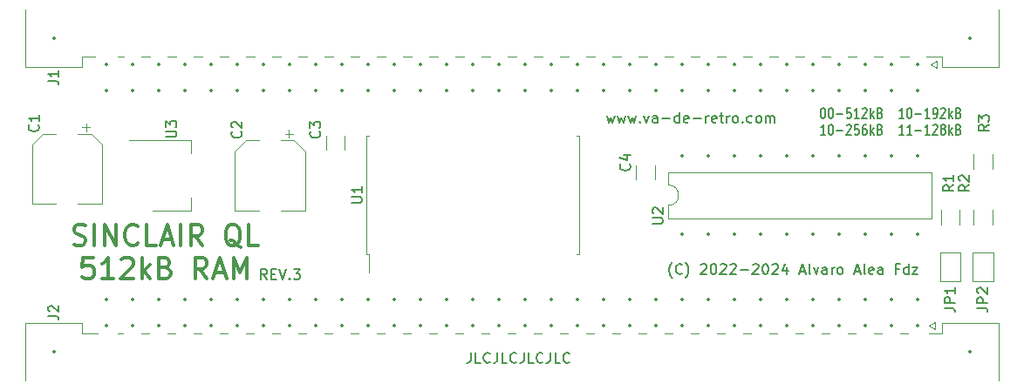
<source format=gbr>
%TF.GenerationSoftware,KiCad,Pcbnew,8.0.6+1*%
%TF.CreationDate,2024-11-08T18:46:58+01:00*%
%TF.ProjectId,qlexternal512kram_MIX,716c6578-7465-4726-9e61-6c3531326b72,3*%
%TF.SameCoordinates,Original*%
%TF.FileFunction,Legend,Top*%
%TF.FilePolarity,Positive*%
%FSLAX46Y46*%
G04 Gerber Fmt 4.6, Leading zero omitted, Abs format (unit mm)*
G04 Created by KiCad (PCBNEW 8.0.6+1) date 2024-11-08 18:46:58*
%MOMM*%
%LPD*%
G01*
G04 APERTURE LIST*
%ADD10C,0.150000*%
%ADD11C,0.300000*%
%ADD12C,0.120000*%
%ADD13C,0.350000*%
G04 APERTURE END LIST*
D10*
X117935285Y-78686819D02*
X117601952Y-78210628D01*
X117363857Y-78686819D02*
X117363857Y-77686819D01*
X117363857Y-77686819D02*
X117744809Y-77686819D01*
X117744809Y-77686819D02*
X117840047Y-77734438D01*
X117840047Y-77734438D02*
X117887666Y-77782057D01*
X117887666Y-77782057D02*
X117935285Y-77877295D01*
X117935285Y-77877295D02*
X117935285Y-78020152D01*
X117935285Y-78020152D02*
X117887666Y-78115390D01*
X117887666Y-78115390D02*
X117840047Y-78163009D01*
X117840047Y-78163009D02*
X117744809Y-78210628D01*
X117744809Y-78210628D02*
X117363857Y-78210628D01*
X118363857Y-78163009D02*
X118697190Y-78163009D01*
X118840047Y-78686819D02*
X118363857Y-78686819D01*
X118363857Y-78686819D02*
X118363857Y-77686819D01*
X118363857Y-77686819D02*
X118840047Y-77686819D01*
X119125762Y-77686819D02*
X119459095Y-78686819D01*
X119459095Y-78686819D02*
X119792428Y-77686819D01*
X120125762Y-78591580D02*
X120173381Y-78639200D01*
X120173381Y-78639200D02*
X120125762Y-78686819D01*
X120125762Y-78686819D02*
X120078143Y-78639200D01*
X120078143Y-78639200D02*
X120125762Y-78591580D01*
X120125762Y-78591580D02*
X120125762Y-78686819D01*
X120506714Y-77686819D02*
X121125761Y-77686819D01*
X121125761Y-77686819D02*
X120792428Y-78067771D01*
X120792428Y-78067771D02*
X120935285Y-78067771D01*
X120935285Y-78067771D02*
X121030523Y-78115390D01*
X121030523Y-78115390D02*
X121078142Y-78163009D01*
X121078142Y-78163009D02*
X121125761Y-78258247D01*
X121125761Y-78258247D02*
X121125761Y-78496342D01*
X121125761Y-78496342D02*
X121078142Y-78591580D01*
X121078142Y-78591580D02*
X121030523Y-78639200D01*
X121030523Y-78639200D02*
X120935285Y-78686819D01*
X120935285Y-78686819D02*
X120649571Y-78686819D01*
X120649571Y-78686819D02*
X120554333Y-78639200D01*
X120554333Y-78639200D02*
X120506714Y-78591580D01*
X137715951Y-85814819D02*
X137715951Y-86529104D01*
X137715951Y-86529104D02*
X137668332Y-86671961D01*
X137668332Y-86671961D02*
X137573094Y-86767200D01*
X137573094Y-86767200D02*
X137430237Y-86814819D01*
X137430237Y-86814819D02*
X137334999Y-86814819D01*
X138668332Y-86814819D02*
X138192142Y-86814819D01*
X138192142Y-86814819D02*
X138192142Y-85814819D01*
X139573094Y-86719580D02*
X139525475Y-86767200D01*
X139525475Y-86767200D02*
X139382618Y-86814819D01*
X139382618Y-86814819D02*
X139287380Y-86814819D01*
X139287380Y-86814819D02*
X139144523Y-86767200D01*
X139144523Y-86767200D02*
X139049285Y-86671961D01*
X139049285Y-86671961D02*
X139001666Y-86576723D01*
X139001666Y-86576723D02*
X138954047Y-86386247D01*
X138954047Y-86386247D02*
X138954047Y-86243390D01*
X138954047Y-86243390D02*
X139001666Y-86052914D01*
X139001666Y-86052914D02*
X139049285Y-85957676D01*
X139049285Y-85957676D02*
X139144523Y-85862438D01*
X139144523Y-85862438D02*
X139287380Y-85814819D01*
X139287380Y-85814819D02*
X139382618Y-85814819D01*
X139382618Y-85814819D02*
X139525475Y-85862438D01*
X139525475Y-85862438D02*
X139573094Y-85910057D01*
X140287380Y-85814819D02*
X140287380Y-86529104D01*
X140287380Y-86529104D02*
X140239761Y-86671961D01*
X140239761Y-86671961D02*
X140144523Y-86767200D01*
X140144523Y-86767200D02*
X140001666Y-86814819D01*
X140001666Y-86814819D02*
X139906428Y-86814819D01*
X141239761Y-86814819D02*
X140763571Y-86814819D01*
X140763571Y-86814819D02*
X140763571Y-85814819D01*
X142144523Y-86719580D02*
X142096904Y-86767200D01*
X142096904Y-86767200D02*
X141954047Y-86814819D01*
X141954047Y-86814819D02*
X141858809Y-86814819D01*
X141858809Y-86814819D02*
X141715952Y-86767200D01*
X141715952Y-86767200D02*
X141620714Y-86671961D01*
X141620714Y-86671961D02*
X141573095Y-86576723D01*
X141573095Y-86576723D02*
X141525476Y-86386247D01*
X141525476Y-86386247D02*
X141525476Y-86243390D01*
X141525476Y-86243390D02*
X141573095Y-86052914D01*
X141573095Y-86052914D02*
X141620714Y-85957676D01*
X141620714Y-85957676D02*
X141715952Y-85862438D01*
X141715952Y-85862438D02*
X141858809Y-85814819D01*
X141858809Y-85814819D02*
X141954047Y-85814819D01*
X141954047Y-85814819D02*
X142096904Y-85862438D01*
X142096904Y-85862438D02*
X142144523Y-85910057D01*
X142858809Y-85814819D02*
X142858809Y-86529104D01*
X142858809Y-86529104D02*
X142811190Y-86671961D01*
X142811190Y-86671961D02*
X142715952Y-86767200D01*
X142715952Y-86767200D02*
X142573095Y-86814819D01*
X142573095Y-86814819D02*
X142477857Y-86814819D01*
X143811190Y-86814819D02*
X143335000Y-86814819D01*
X143335000Y-86814819D02*
X143335000Y-85814819D01*
X144715952Y-86719580D02*
X144668333Y-86767200D01*
X144668333Y-86767200D02*
X144525476Y-86814819D01*
X144525476Y-86814819D02*
X144430238Y-86814819D01*
X144430238Y-86814819D02*
X144287381Y-86767200D01*
X144287381Y-86767200D02*
X144192143Y-86671961D01*
X144192143Y-86671961D02*
X144144524Y-86576723D01*
X144144524Y-86576723D02*
X144096905Y-86386247D01*
X144096905Y-86386247D02*
X144096905Y-86243390D01*
X144096905Y-86243390D02*
X144144524Y-86052914D01*
X144144524Y-86052914D02*
X144192143Y-85957676D01*
X144192143Y-85957676D02*
X144287381Y-85862438D01*
X144287381Y-85862438D02*
X144430238Y-85814819D01*
X144430238Y-85814819D02*
X144525476Y-85814819D01*
X144525476Y-85814819D02*
X144668333Y-85862438D01*
X144668333Y-85862438D02*
X144715952Y-85910057D01*
X145430238Y-85814819D02*
X145430238Y-86529104D01*
X145430238Y-86529104D02*
X145382619Y-86671961D01*
X145382619Y-86671961D02*
X145287381Y-86767200D01*
X145287381Y-86767200D02*
X145144524Y-86814819D01*
X145144524Y-86814819D02*
X145049286Y-86814819D01*
X146382619Y-86814819D02*
X145906429Y-86814819D01*
X145906429Y-86814819D02*
X145906429Y-85814819D01*
X147287381Y-86719580D02*
X147239762Y-86767200D01*
X147239762Y-86767200D02*
X147096905Y-86814819D01*
X147096905Y-86814819D02*
X147001667Y-86814819D01*
X147001667Y-86814819D02*
X146858810Y-86767200D01*
X146858810Y-86767200D02*
X146763572Y-86671961D01*
X146763572Y-86671961D02*
X146715953Y-86576723D01*
X146715953Y-86576723D02*
X146668334Y-86386247D01*
X146668334Y-86386247D02*
X146668334Y-86243390D01*
X146668334Y-86243390D02*
X146715953Y-86052914D01*
X146715953Y-86052914D02*
X146763572Y-85957676D01*
X146763572Y-85957676D02*
X146858810Y-85862438D01*
X146858810Y-85862438D02*
X147001667Y-85814819D01*
X147001667Y-85814819D02*
X147096905Y-85814819D01*
X147096905Y-85814819D02*
X147239762Y-85862438D01*
X147239762Y-85862438D02*
X147287381Y-85910057D01*
X179746207Y-63022847D02*
X179289064Y-63022847D01*
X179517636Y-63022847D02*
X179517636Y-62022847D01*
X179517636Y-62022847D02*
X179441445Y-62165704D01*
X179441445Y-62165704D02*
X179365255Y-62260942D01*
X179365255Y-62260942D02*
X179289064Y-62308561D01*
X180241446Y-62022847D02*
X180317636Y-62022847D01*
X180317636Y-62022847D02*
X180393827Y-62070466D01*
X180393827Y-62070466D02*
X180431922Y-62118085D01*
X180431922Y-62118085D02*
X180470017Y-62213323D01*
X180470017Y-62213323D02*
X180508112Y-62403799D01*
X180508112Y-62403799D02*
X180508112Y-62641894D01*
X180508112Y-62641894D02*
X180470017Y-62832370D01*
X180470017Y-62832370D02*
X180431922Y-62927608D01*
X180431922Y-62927608D02*
X180393827Y-62975228D01*
X180393827Y-62975228D02*
X180317636Y-63022847D01*
X180317636Y-63022847D02*
X180241446Y-63022847D01*
X180241446Y-63022847D02*
X180165255Y-62975228D01*
X180165255Y-62975228D02*
X180127160Y-62927608D01*
X180127160Y-62927608D02*
X180089065Y-62832370D01*
X180089065Y-62832370D02*
X180050969Y-62641894D01*
X180050969Y-62641894D02*
X180050969Y-62403799D01*
X180050969Y-62403799D02*
X180089065Y-62213323D01*
X180089065Y-62213323D02*
X180127160Y-62118085D01*
X180127160Y-62118085D02*
X180165255Y-62070466D01*
X180165255Y-62070466D02*
X180241446Y-62022847D01*
X180850970Y-62641894D02*
X181460494Y-62641894D01*
X182260493Y-63022847D02*
X181803350Y-63022847D01*
X182031922Y-63022847D02*
X182031922Y-62022847D01*
X182031922Y-62022847D02*
X181955731Y-62165704D01*
X181955731Y-62165704D02*
X181879541Y-62260942D01*
X181879541Y-62260942D02*
X181803350Y-62308561D01*
X182641446Y-63022847D02*
X182793827Y-63022847D01*
X182793827Y-63022847D02*
X182870017Y-62975228D01*
X182870017Y-62975228D02*
X182908113Y-62927608D01*
X182908113Y-62927608D02*
X182984303Y-62784751D01*
X182984303Y-62784751D02*
X183022398Y-62594275D01*
X183022398Y-62594275D02*
X183022398Y-62213323D01*
X183022398Y-62213323D02*
X182984303Y-62118085D01*
X182984303Y-62118085D02*
X182946208Y-62070466D01*
X182946208Y-62070466D02*
X182870017Y-62022847D01*
X182870017Y-62022847D02*
X182717636Y-62022847D01*
X182717636Y-62022847D02*
X182641446Y-62070466D01*
X182641446Y-62070466D02*
X182603351Y-62118085D01*
X182603351Y-62118085D02*
X182565255Y-62213323D01*
X182565255Y-62213323D02*
X182565255Y-62451418D01*
X182565255Y-62451418D02*
X182603351Y-62546656D01*
X182603351Y-62546656D02*
X182641446Y-62594275D01*
X182641446Y-62594275D02*
X182717636Y-62641894D01*
X182717636Y-62641894D02*
X182870017Y-62641894D01*
X182870017Y-62641894D02*
X182946208Y-62594275D01*
X182946208Y-62594275D02*
X182984303Y-62546656D01*
X182984303Y-62546656D02*
X183022398Y-62451418D01*
X183327160Y-62118085D02*
X183365256Y-62070466D01*
X183365256Y-62070466D02*
X183441446Y-62022847D01*
X183441446Y-62022847D02*
X183631922Y-62022847D01*
X183631922Y-62022847D02*
X183708113Y-62070466D01*
X183708113Y-62070466D02*
X183746208Y-62118085D01*
X183746208Y-62118085D02*
X183784303Y-62213323D01*
X183784303Y-62213323D02*
X183784303Y-62308561D01*
X183784303Y-62308561D02*
X183746208Y-62451418D01*
X183746208Y-62451418D02*
X183289065Y-63022847D01*
X183289065Y-63022847D02*
X183784303Y-63022847D01*
X184127161Y-63022847D02*
X184127161Y-62022847D01*
X184203351Y-62641894D02*
X184431923Y-63022847D01*
X184431923Y-62356180D02*
X184127161Y-62737132D01*
X185041446Y-62499037D02*
X185155732Y-62546656D01*
X185155732Y-62546656D02*
X185193827Y-62594275D01*
X185193827Y-62594275D02*
X185231923Y-62689513D01*
X185231923Y-62689513D02*
X185231923Y-62832370D01*
X185231923Y-62832370D02*
X185193827Y-62927608D01*
X185193827Y-62927608D02*
X185155732Y-62975228D01*
X185155732Y-62975228D02*
X185079542Y-63022847D01*
X185079542Y-63022847D02*
X184774780Y-63022847D01*
X184774780Y-63022847D02*
X184774780Y-62022847D01*
X184774780Y-62022847D02*
X185041446Y-62022847D01*
X185041446Y-62022847D02*
X185117637Y-62070466D01*
X185117637Y-62070466D02*
X185155732Y-62118085D01*
X185155732Y-62118085D02*
X185193827Y-62213323D01*
X185193827Y-62213323D02*
X185193827Y-62308561D01*
X185193827Y-62308561D02*
X185155732Y-62403799D01*
X185155732Y-62403799D02*
X185117637Y-62451418D01*
X185117637Y-62451418D02*
X185041446Y-62499037D01*
X185041446Y-62499037D02*
X184774780Y-62499037D01*
X179746207Y-64632791D02*
X179289064Y-64632791D01*
X179517636Y-64632791D02*
X179517636Y-63632791D01*
X179517636Y-63632791D02*
X179441445Y-63775648D01*
X179441445Y-63775648D02*
X179365255Y-63870886D01*
X179365255Y-63870886D02*
X179289064Y-63918505D01*
X180508112Y-64632791D02*
X180050969Y-64632791D01*
X180279541Y-64632791D02*
X180279541Y-63632791D01*
X180279541Y-63632791D02*
X180203350Y-63775648D01*
X180203350Y-63775648D02*
X180127160Y-63870886D01*
X180127160Y-63870886D02*
X180050969Y-63918505D01*
X180850970Y-64251838D02*
X181460494Y-64251838D01*
X182260493Y-64632791D02*
X181803350Y-64632791D01*
X182031922Y-64632791D02*
X182031922Y-63632791D01*
X182031922Y-63632791D02*
X181955731Y-63775648D01*
X181955731Y-63775648D02*
X181879541Y-63870886D01*
X181879541Y-63870886D02*
X181803350Y-63918505D01*
X182565255Y-63728029D02*
X182603351Y-63680410D01*
X182603351Y-63680410D02*
X182679541Y-63632791D01*
X182679541Y-63632791D02*
X182870017Y-63632791D01*
X182870017Y-63632791D02*
X182946208Y-63680410D01*
X182946208Y-63680410D02*
X182984303Y-63728029D01*
X182984303Y-63728029D02*
X183022398Y-63823267D01*
X183022398Y-63823267D02*
X183022398Y-63918505D01*
X183022398Y-63918505D02*
X182984303Y-64061362D01*
X182984303Y-64061362D02*
X182527160Y-64632791D01*
X182527160Y-64632791D02*
X183022398Y-64632791D01*
X183479541Y-64061362D02*
X183403351Y-64013743D01*
X183403351Y-64013743D02*
X183365256Y-63966124D01*
X183365256Y-63966124D02*
X183327160Y-63870886D01*
X183327160Y-63870886D02*
X183327160Y-63823267D01*
X183327160Y-63823267D02*
X183365256Y-63728029D01*
X183365256Y-63728029D02*
X183403351Y-63680410D01*
X183403351Y-63680410D02*
X183479541Y-63632791D01*
X183479541Y-63632791D02*
X183631922Y-63632791D01*
X183631922Y-63632791D02*
X183708113Y-63680410D01*
X183708113Y-63680410D02*
X183746208Y-63728029D01*
X183746208Y-63728029D02*
X183784303Y-63823267D01*
X183784303Y-63823267D02*
X183784303Y-63870886D01*
X183784303Y-63870886D02*
X183746208Y-63966124D01*
X183746208Y-63966124D02*
X183708113Y-64013743D01*
X183708113Y-64013743D02*
X183631922Y-64061362D01*
X183631922Y-64061362D02*
X183479541Y-64061362D01*
X183479541Y-64061362D02*
X183403351Y-64108981D01*
X183403351Y-64108981D02*
X183365256Y-64156600D01*
X183365256Y-64156600D02*
X183327160Y-64251838D01*
X183327160Y-64251838D02*
X183327160Y-64442314D01*
X183327160Y-64442314D02*
X183365256Y-64537552D01*
X183365256Y-64537552D02*
X183403351Y-64585172D01*
X183403351Y-64585172D02*
X183479541Y-64632791D01*
X183479541Y-64632791D02*
X183631922Y-64632791D01*
X183631922Y-64632791D02*
X183708113Y-64585172D01*
X183708113Y-64585172D02*
X183746208Y-64537552D01*
X183746208Y-64537552D02*
X183784303Y-64442314D01*
X183784303Y-64442314D02*
X183784303Y-64251838D01*
X183784303Y-64251838D02*
X183746208Y-64156600D01*
X183746208Y-64156600D02*
X183708113Y-64108981D01*
X183708113Y-64108981D02*
X183631922Y-64061362D01*
X184127161Y-64632791D02*
X184127161Y-63632791D01*
X184203351Y-64251838D02*
X184431923Y-64632791D01*
X184431923Y-63966124D02*
X184127161Y-64347076D01*
X185041446Y-64108981D02*
X185155732Y-64156600D01*
X185155732Y-64156600D02*
X185193827Y-64204219D01*
X185193827Y-64204219D02*
X185231923Y-64299457D01*
X185231923Y-64299457D02*
X185231923Y-64442314D01*
X185231923Y-64442314D02*
X185193827Y-64537552D01*
X185193827Y-64537552D02*
X185155732Y-64585172D01*
X185155732Y-64585172D02*
X185079542Y-64632791D01*
X185079542Y-64632791D02*
X184774780Y-64632791D01*
X184774780Y-64632791D02*
X184774780Y-63632791D01*
X184774780Y-63632791D02*
X185041446Y-63632791D01*
X185041446Y-63632791D02*
X185117637Y-63680410D01*
X185117637Y-63680410D02*
X185155732Y-63728029D01*
X185155732Y-63728029D02*
X185193827Y-63823267D01*
X185193827Y-63823267D02*
X185193827Y-63918505D01*
X185193827Y-63918505D02*
X185155732Y-64013743D01*
X185155732Y-64013743D02*
X185117637Y-64061362D01*
X185117637Y-64061362D02*
X185041446Y-64108981D01*
X185041446Y-64108981D02*
X184774780Y-64108981D01*
D11*
X99187856Y-75277456D02*
X99473570Y-75372694D01*
X99473570Y-75372694D02*
X99949761Y-75372694D01*
X99949761Y-75372694D02*
X100140237Y-75277456D01*
X100140237Y-75277456D02*
X100235475Y-75182217D01*
X100235475Y-75182217D02*
X100330713Y-74991741D01*
X100330713Y-74991741D02*
X100330713Y-74801265D01*
X100330713Y-74801265D02*
X100235475Y-74610789D01*
X100235475Y-74610789D02*
X100140237Y-74515551D01*
X100140237Y-74515551D02*
X99949761Y-74420313D01*
X99949761Y-74420313D02*
X99568808Y-74325075D01*
X99568808Y-74325075D02*
X99378332Y-74229836D01*
X99378332Y-74229836D02*
X99283094Y-74134598D01*
X99283094Y-74134598D02*
X99187856Y-73944122D01*
X99187856Y-73944122D02*
X99187856Y-73753646D01*
X99187856Y-73753646D02*
X99283094Y-73563170D01*
X99283094Y-73563170D02*
X99378332Y-73467932D01*
X99378332Y-73467932D02*
X99568808Y-73372694D01*
X99568808Y-73372694D02*
X100044999Y-73372694D01*
X100044999Y-73372694D02*
X100330713Y-73467932D01*
X101187856Y-75372694D02*
X101187856Y-73372694D01*
X102140237Y-75372694D02*
X102140237Y-73372694D01*
X102140237Y-73372694D02*
X103283094Y-75372694D01*
X103283094Y-75372694D02*
X103283094Y-73372694D01*
X105378332Y-75182217D02*
X105283094Y-75277456D01*
X105283094Y-75277456D02*
X104997380Y-75372694D01*
X104997380Y-75372694D02*
X104806904Y-75372694D01*
X104806904Y-75372694D02*
X104521189Y-75277456D01*
X104521189Y-75277456D02*
X104330713Y-75086979D01*
X104330713Y-75086979D02*
X104235475Y-74896503D01*
X104235475Y-74896503D02*
X104140237Y-74515551D01*
X104140237Y-74515551D02*
X104140237Y-74229836D01*
X104140237Y-74229836D02*
X104235475Y-73848884D01*
X104235475Y-73848884D02*
X104330713Y-73658408D01*
X104330713Y-73658408D02*
X104521189Y-73467932D01*
X104521189Y-73467932D02*
X104806904Y-73372694D01*
X104806904Y-73372694D02*
X104997380Y-73372694D01*
X104997380Y-73372694D02*
X105283094Y-73467932D01*
X105283094Y-73467932D02*
X105378332Y-73563170D01*
X107187856Y-75372694D02*
X106235475Y-75372694D01*
X106235475Y-75372694D02*
X106235475Y-73372694D01*
X107759285Y-74801265D02*
X108711666Y-74801265D01*
X107568809Y-75372694D02*
X108235475Y-73372694D01*
X108235475Y-73372694D02*
X108902142Y-75372694D01*
X109568809Y-75372694D02*
X109568809Y-73372694D01*
X111664047Y-75372694D02*
X110997380Y-74420313D01*
X110521190Y-75372694D02*
X110521190Y-73372694D01*
X110521190Y-73372694D02*
X111283095Y-73372694D01*
X111283095Y-73372694D02*
X111473571Y-73467932D01*
X111473571Y-73467932D02*
X111568809Y-73563170D01*
X111568809Y-73563170D02*
X111664047Y-73753646D01*
X111664047Y-73753646D02*
X111664047Y-74039360D01*
X111664047Y-74039360D02*
X111568809Y-74229836D01*
X111568809Y-74229836D02*
X111473571Y-74325075D01*
X111473571Y-74325075D02*
X111283095Y-74420313D01*
X111283095Y-74420313D02*
X110521190Y-74420313D01*
X115378333Y-75563170D02*
X115187857Y-75467932D01*
X115187857Y-75467932D02*
X114997381Y-75277456D01*
X114997381Y-75277456D02*
X114711667Y-74991741D01*
X114711667Y-74991741D02*
X114521190Y-74896503D01*
X114521190Y-74896503D02*
X114330714Y-74896503D01*
X114425952Y-75372694D02*
X114235476Y-75277456D01*
X114235476Y-75277456D02*
X114045000Y-75086979D01*
X114045000Y-75086979D02*
X113949762Y-74706027D01*
X113949762Y-74706027D02*
X113949762Y-74039360D01*
X113949762Y-74039360D02*
X114045000Y-73658408D01*
X114045000Y-73658408D02*
X114235476Y-73467932D01*
X114235476Y-73467932D02*
X114425952Y-73372694D01*
X114425952Y-73372694D02*
X114806905Y-73372694D01*
X114806905Y-73372694D02*
X114997381Y-73467932D01*
X114997381Y-73467932D02*
X115187857Y-73658408D01*
X115187857Y-73658408D02*
X115283095Y-74039360D01*
X115283095Y-74039360D02*
X115283095Y-74706027D01*
X115283095Y-74706027D02*
X115187857Y-75086979D01*
X115187857Y-75086979D02*
X114997381Y-75277456D01*
X114997381Y-75277456D02*
X114806905Y-75372694D01*
X114806905Y-75372694D02*
X114425952Y-75372694D01*
X117092619Y-75372694D02*
X116140238Y-75372694D01*
X116140238Y-75372694D02*
X116140238Y-73372694D01*
X101044999Y-76592582D02*
X100092618Y-76592582D01*
X100092618Y-76592582D02*
X99997380Y-77544963D01*
X99997380Y-77544963D02*
X100092618Y-77449724D01*
X100092618Y-77449724D02*
X100283094Y-77354486D01*
X100283094Y-77354486D02*
X100759285Y-77354486D01*
X100759285Y-77354486D02*
X100949761Y-77449724D01*
X100949761Y-77449724D02*
X101044999Y-77544963D01*
X101044999Y-77544963D02*
X101140237Y-77735439D01*
X101140237Y-77735439D02*
X101140237Y-78211629D01*
X101140237Y-78211629D02*
X101044999Y-78402105D01*
X101044999Y-78402105D02*
X100949761Y-78497344D01*
X100949761Y-78497344D02*
X100759285Y-78592582D01*
X100759285Y-78592582D02*
X100283094Y-78592582D01*
X100283094Y-78592582D02*
X100092618Y-78497344D01*
X100092618Y-78497344D02*
X99997380Y-78402105D01*
X103044999Y-78592582D02*
X101902142Y-78592582D01*
X102473570Y-78592582D02*
X102473570Y-76592582D01*
X102473570Y-76592582D02*
X102283094Y-76878296D01*
X102283094Y-76878296D02*
X102092618Y-77068772D01*
X102092618Y-77068772D02*
X101902142Y-77164010D01*
X103806904Y-76783058D02*
X103902142Y-76687820D01*
X103902142Y-76687820D02*
X104092618Y-76592582D01*
X104092618Y-76592582D02*
X104568809Y-76592582D01*
X104568809Y-76592582D02*
X104759285Y-76687820D01*
X104759285Y-76687820D02*
X104854523Y-76783058D01*
X104854523Y-76783058D02*
X104949761Y-76973534D01*
X104949761Y-76973534D02*
X104949761Y-77164010D01*
X104949761Y-77164010D02*
X104854523Y-77449724D01*
X104854523Y-77449724D02*
X103711666Y-78592582D01*
X103711666Y-78592582D02*
X104949761Y-78592582D01*
X105806904Y-78592582D02*
X105806904Y-76592582D01*
X105997380Y-77830677D02*
X106568809Y-78592582D01*
X106568809Y-77259248D02*
X105806904Y-78021153D01*
X108092619Y-77544963D02*
X108378333Y-77640201D01*
X108378333Y-77640201D02*
X108473571Y-77735439D01*
X108473571Y-77735439D02*
X108568809Y-77925915D01*
X108568809Y-77925915D02*
X108568809Y-78211629D01*
X108568809Y-78211629D02*
X108473571Y-78402105D01*
X108473571Y-78402105D02*
X108378333Y-78497344D01*
X108378333Y-78497344D02*
X108187857Y-78592582D01*
X108187857Y-78592582D02*
X107425952Y-78592582D01*
X107425952Y-78592582D02*
X107425952Y-76592582D01*
X107425952Y-76592582D02*
X108092619Y-76592582D01*
X108092619Y-76592582D02*
X108283095Y-76687820D01*
X108283095Y-76687820D02*
X108378333Y-76783058D01*
X108378333Y-76783058D02*
X108473571Y-76973534D01*
X108473571Y-76973534D02*
X108473571Y-77164010D01*
X108473571Y-77164010D02*
X108378333Y-77354486D01*
X108378333Y-77354486D02*
X108283095Y-77449724D01*
X108283095Y-77449724D02*
X108092619Y-77544963D01*
X108092619Y-77544963D02*
X107425952Y-77544963D01*
X112092619Y-78592582D02*
X111425952Y-77640201D01*
X110949762Y-78592582D02*
X110949762Y-76592582D01*
X110949762Y-76592582D02*
X111711667Y-76592582D01*
X111711667Y-76592582D02*
X111902143Y-76687820D01*
X111902143Y-76687820D02*
X111997381Y-76783058D01*
X111997381Y-76783058D02*
X112092619Y-76973534D01*
X112092619Y-76973534D02*
X112092619Y-77259248D01*
X112092619Y-77259248D02*
X111997381Y-77449724D01*
X111997381Y-77449724D02*
X111902143Y-77544963D01*
X111902143Y-77544963D02*
X111711667Y-77640201D01*
X111711667Y-77640201D02*
X110949762Y-77640201D01*
X112854524Y-78021153D02*
X113806905Y-78021153D01*
X112664048Y-78592582D02*
X113330714Y-76592582D01*
X113330714Y-76592582D02*
X113997381Y-78592582D01*
X114664048Y-78592582D02*
X114664048Y-76592582D01*
X114664048Y-76592582D02*
X115330715Y-78021153D01*
X115330715Y-78021153D02*
X115997381Y-76592582D01*
X115997381Y-76592582D02*
X115997381Y-78592582D01*
D10*
X150908524Y-62780152D02*
X151099000Y-63446819D01*
X151099000Y-63446819D02*
X151289476Y-62970628D01*
X151289476Y-62970628D02*
X151479952Y-63446819D01*
X151479952Y-63446819D02*
X151670428Y-62780152D01*
X151956143Y-62780152D02*
X152146619Y-63446819D01*
X152146619Y-63446819D02*
X152337095Y-62970628D01*
X152337095Y-62970628D02*
X152527571Y-63446819D01*
X152527571Y-63446819D02*
X152718047Y-62780152D01*
X153003762Y-62780152D02*
X153194238Y-63446819D01*
X153194238Y-63446819D02*
X153384714Y-62970628D01*
X153384714Y-62970628D02*
X153575190Y-63446819D01*
X153575190Y-63446819D02*
X153765666Y-62780152D01*
X154146619Y-63351580D02*
X154194238Y-63399200D01*
X154194238Y-63399200D02*
X154146619Y-63446819D01*
X154146619Y-63446819D02*
X154099000Y-63399200D01*
X154099000Y-63399200D02*
X154146619Y-63351580D01*
X154146619Y-63351580D02*
X154146619Y-63446819D01*
X154527571Y-62780152D02*
X154765666Y-63446819D01*
X154765666Y-63446819D02*
X155003761Y-62780152D01*
X155813285Y-63446819D02*
X155813285Y-62923009D01*
X155813285Y-62923009D02*
X155765666Y-62827771D01*
X155765666Y-62827771D02*
X155670428Y-62780152D01*
X155670428Y-62780152D02*
X155479952Y-62780152D01*
X155479952Y-62780152D02*
X155384714Y-62827771D01*
X155813285Y-63399200D02*
X155718047Y-63446819D01*
X155718047Y-63446819D02*
X155479952Y-63446819D01*
X155479952Y-63446819D02*
X155384714Y-63399200D01*
X155384714Y-63399200D02*
X155337095Y-63303961D01*
X155337095Y-63303961D02*
X155337095Y-63208723D01*
X155337095Y-63208723D02*
X155384714Y-63113485D01*
X155384714Y-63113485D02*
X155479952Y-63065866D01*
X155479952Y-63065866D02*
X155718047Y-63065866D01*
X155718047Y-63065866D02*
X155813285Y-63018247D01*
X156289476Y-63065866D02*
X157051381Y-63065866D01*
X157956142Y-63446819D02*
X157956142Y-62446819D01*
X157956142Y-63399200D02*
X157860904Y-63446819D01*
X157860904Y-63446819D02*
X157670428Y-63446819D01*
X157670428Y-63446819D02*
X157575190Y-63399200D01*
X157575190Y-63399200D02*
X157527571Y-63351580D01*
X157527571Y-63351580D02*
X157479952Y-63256342D01*
X157479952Y-63256342D02*
X157479952Y-62970628D01*
X157479952Y-62970628D02*
X157527571Y-62875390D01*
X157527571Y-62875390D02*
X157575190Y-62827771D01*
X157575190Y-62827771D02*
X157670428Y-62780152D01*
X157670428Y-62780152D02*
X157860904Y-62780152D01*
X157860904Y-62780152D02*
X157956142Y-62827771D01*
X158813285Y-63399200D02*
X158718047Y-63446819D01*
X158718047Y-63446819D02*
X158527571Y-63446819D01*
X158527571Y-63446819D02*
X158432333Y-63399200D01*
X158432333Y-63399200D02*
X158384714Y-63303961D01*
X158384714Y-63303961D02*
X158384714Y-62923009D01*
X158384714Y-62923009D02*
X158432333Y-62827771D01*
X158432333Y-62827771D02*
X158527571Y-62780152D01*
X158527571Y-62780152D02*
X158718047Y-62780152D01*
X158718047Y-62780152D02*
X158813285Y-62827771D01*
X158813285Y-62827771D02*
X158860904Y-62923009D01*
X158860904Y-62923009D02*
X158860904Y-63018247D01*
X158860904Y-63018247D02*
X158384714Y-63113485D01*
X159289476Y-63065866D02*
X160051381Y-63065866D01*
X160527571Y-63446819D02*
X160527571Y-62780152D01*
X160527571Y-62970628D02*
X160575190Y-62875390D01*
X160575190Y-62875390D02*
X160622809Y-62827771D01*
X160622809Y-62827771D02*
X160718047Y-62780152D01*
X160718047Y-62780152D02*
X160813285Y-62780152D01*
X161527571Y-63399200D02*
X161432333Y-63446819D01*
X161432333Y-63446819D02*
X161241857Y-63446819D01*
X161241857Y-63446819D02*
X161146619Y-63399200D01*
X161146619Y-63399200D02*
X161099000Y-63303961D01*
X161099000Y-63303961D02*
X161099000Y-62923009D01*
X161099000Y-62923009D02*
X161146619Y-62827771D01*
X161146619Y-62827771D02*
X161241857Y-62780152D01*
X161241857Y-62780152D02*
X161432333Y-62780152D01*
X161432333Y-62780152D02*
X161527571Y-62827771D01*
X161527571Y-62827771D02*
X161575190Y-62923009D01*
X161575190Y-62923009D02*
X161575190Y-63018247D01*
X161575190Y-63018247D02*
X161099000Y-63113485D01*
X161860905Y-62780152D02*
X162241857Y-62780152D01*
X162003762Y-62446819D02*
X162003762Y-63303961D01*
X162003762Y-63303961D02*
X162051381Y-63399200D01*
X162051381Y-63399200D02*
X162146619Y-63446819D01*
X162146619Y-63446819D02*
X162241857Y-63446819D01*
X162575191Y-63446819D02*
X162575191Y-62780152D01*
X162575191Y-62970628D02*
X162622810Y-62875390D01*
X162622810Y-62875390D02*
X162670429Y-62827771D01*
X162670429Y-62827771D02*
X162765667Y-62780152D01*
X162765667Y-62780152D02*
X162860905Y-62780152D01*
X163337096Y-63446819D02*
X163241858Y-63399200D01*
X163241858Y-63399200D02*
X163194239Y-63351580D01*
X163194239Y-63351580D02*
X163146620Y-63256342D01*
X163146620Y-63256342D02*
X163146620Y-62970628D01*
X163146620Y-62970628D02*
X163194239Y-62875390D01*
X163194239Y-62875390D02*
X163241858Y-62827771D01*
X163241858Y-62827771D02*
X163337096Y-62780152D01*
X163337096Y-62780152D02*
X163479953Y-62780152D01*
X163479953Y-62780152D02*
X163575191Y-62827771D01*
X163575191Y-62827771D02*
X163622810Y-62875390D01*
X163622810Y-62875390D02*
X163670429Y-62970628D01*
X163670429Y-62970628D02*
X163670429Y-63256342D01*
X163670429Y-63256342D02*
X163622810Y-63351580D01*
X163622810Y-63351580D02*
X163575191Y-63399200D01*
X163575191Y-63399200D02*
X163479953Y-63446819D01*
X163479953Y-63446819D02*
X163337096Y-63446819D01*
X164099001Y-63351580D02*
X164146620Y-63399200D01*
X164146620Y-63399200D02*
X164099001Y-63446819D01*
X164099001Y-63446819D02*
X164051382Y-63399200D01*
X164051382Y-63399200D02*
X164099001Y-63351580D01*
X164099001Y-63351580D02*
X164099001Y-63446819D01*
X165003762Y-63399200D02*
X164908524Y-63446819D01*
X164908524Y-63446819D02*
X164718048Y-63446819D01*
X164718048Y-63446819D02*
X164622810Y-63399200D01*
X164622810Y-63399200D02*
X164575191Y-63351580D01*
X164575191Y-63351580D02*
X164527572Y-63256342D01*
X164527572Y-63256342D02*
X164527572Y-62970628D01*
X164527572Y-62970628D02*
X164575191Y-62875390D01*
X164575191Y-62875390D02*
X164622810Y-62827771D01*
X164622810Y-62827771D02*
X164718048Y-62780152D01*
X164718048Y-62780152D02*
X164908524Y-62780152D01*
X164908524Y-62780152D02*
X165003762Y-62827771D01*
X165575191Y-63446819D02*
X165479953Y-63399200D01*
X165479953Y-63399200D02*
X165432334Y-63351580D01*
X165432334Y-63351580D02*
X165384715Y-63256342D01*
X165384715Y-63256342D02*
X165384715Y-62970628D01*
X165384715Y-62970628D02*
X165432334Y-62875390D01*
X165432334Y-62875390D02*
X165479953Y-62827771D01*
X165479953Y-62827771D02*
X165575191Y-62780152D01*
X165575191Y-62780152D02*
X165718048Y-62780152D01*
X165718048Y-62780152D02*
X165813286Y-62827771D01*
X165813286Y-62827771D02*
X165860905Y-62875390D01*
X165860905Y-62875390D02*
X165908524Y-62970628D01*
X165908524Y-62970628D02*
X165908524Y-63256342D01*
X165908524Y-63256342D02*
X165860905Y-63351580D01*
X165860905Y-63351580D02*
X165813286Y-63399200D01*
X165813286Y-63399200D02*
X165718048Y-63446819D01*
X165718048Y-63446819D02*
X165575191Y-63446819D01*
X166337096Y-63446819D02*
X166337096Y-62780152D01*
X166337096Y-62875390D02*
X166384715Y-62827771D01*
X166384715Y-62827771D02*
X166479953Y-62780152D01*
X166479953Y-62780152D02*
X166622810Y-62780152D01*
X166622810Y-62780152D02*
X166718048Y-62827771D01*
X166718048Y-62827771D02*
X166765667Y-62923009D01*
X166765667Y-62923009D02*
X166765667Y-63446819D01*
X166765667Y-62923009D02*
X166813286Y-62827771D01*
X166813286Y-62827771D02*
X166908524Y-62780152D01*
X166908524Y-62780152D02*
X167051381Y-62780152D01*
X167051381Y-62780152D02*
X167146620Y-62827771D01*
X167146620Y-62827771D02*
X167194239Y-62923009D01*
X167194239Y-62923009D02*
X167194239Y-63446819D01*
X157266902Y-78559771D02*
X157219283Y-78512152D01*
X157219283Y-78512152D02*
X157124045Y-78369295D01*
X157124045Y-78369295D02*
X157076426Y-78274057D01*
X157076426Y-78274057D02*
X157028807Y-78131200D01*
X157028807Y-78131200D02*
X156981188Y-77893104D01*
X156981188Y-77893104D02*
X156981188Y-77702628D01*
X156981188Y-77702628D02*
X157028807Y-77464533D01*
X157028807Y-77464533D02*
X157076426Y-77321676D01*
X157076426Y-77321676D02*
X157124045Y-77226438D01*
X157124045Y-77226438D02*
X157219283Y-77083580D01*
X157219283Y-77083580D02*
X157266902Y-77035961D01*
X158219283Y-78083580D02*
X158171664Y-78131200D01*
X158171664Y-78131200D02*
X158028807Y-78178819D01*
X158028807Y-78178819D02*
X157933569Y-78178819D01*
X157933569Y-78178819D02*
X157790712Y-78131200D01*
X157790712Y-78131200D02*
X157695474Y-78035961D01*
X157695474Y-78035961D02*
X157647855Y-77940723D01*
X157647855Y-77940723D02*
X157600236Y-77750247D01*
X157600236Y-77750247D02*
X157600236Y-77607390D01*
X157600236Y-77607390D02*
X157647855Y-77416914D01*
X157647855Y-77416914D02*
X157695474Y-77321676D01*
X157695474Y-77321676D02*
X157790712Y-77226438D01*
X157790712Y-77226438D02*
X157933569Y-77178819D01*
X157933569Y-77178819D02*
X158028807Y-77178819D01*
X158028807Y-77178819D02*
X158171664Y-77226438D01*
X158171664Y-77226438D02*
X158219283Y-77274057D01*
X158552617Y-78559771D02*
X158600236Y-78512152D01*
X158600236Y-78512152D02*
X158695474Y-78369295D01*
X158695474Y-78369295D02*
X158743093Y-78274057D01*
X158743093Y-78274057D02*
X158790712Y-78131200D01*
X158790712Y-78131200D02*
X158838331Y-77893104D01*
X158838331Y-77893104D02*
X158838331Y-77702628D01*
X158838331Y-77702628D02*
X158790712Y-77464533D01*
X158790712Y-77464533D02*
X158743093Y-77321676D01*
X158743093Y-77321676D02*
X158695474Y-77226438D01*
X158695474Y-77226438D02*
X158600236Y-77083580D01*
X158600236Y-77083580D02*
X158552617Y-77035961D01*
X160028808Y-77274057D02*
X160076427Y-77226438D01*
X160076427Y-77226438D02*
X160171665Y-77178819D01*
X160171665Y-77178819D02*
X160409760Y-77178819D01*
X160409760Y-77178819D02*
X160504998Y-77226438D01*
X160504998Y-77226438D02*
X160552617Y-77274057D01*
X160552617Y-77274057D02*
X160600236Y-77369295D01*
X160600236Y-77369295D02*
X160600236Y-77464533D01*
X160600236Y-77464533D02*
X160552617Y-77607390D01*
X160552617Y-77607390D02*
X159981189Y-78178819D01*
X159981189Y-78178819D02*
X160600236Y-78178819D01*
X161219284Y-77178819D02*
X161314522Y-77178819D01*
X161314522Y-77178819D02*
X161409760Y-77226438D01*
X161409760Y-77226438D02*
X161457379Y-77274057D01*
X161457379Y-77274057D02*
X161504998Y-77369295D01*
X161504998Y-77369295D02*
X161552617Y-77559771D01*
X161552617Y-77559771D02*
X161552617Y-77797866D01*
X161552617Y-77797866D02*
X161504998Y-77988342D01*
X161504998Y-77988342D02*
X161457379Y-78083580D01*
X161457379Y-78083580D02*
X161409760Y-78131200D01*
X161409760Y-78131200D02*
X161314522Y-78178819D01*
X161314522Y-78178819D02*
X161219284Y-78178819D01*
X161219284Y-78178819D02*
X161124046Y-78131200D01*
X161124046Y-78131200D02*
X161076427Y-78083580D01*
X161076427Y-78083580D02*
X161028808Y-77988342D01*
X161028808Y-77988342D02*
X160981189Y-77797866D01*
X160981189Y-77797866D02*
X160981189Y-77559771D01*
X160981189Y-77559771D02*
X161028808Y-77369295D01*
X161028808Y-77369295D02*
X161076427Y-77274057D01*
X161076427Y-77274057D02*
X161124046Y-77226438D01*
X161124046Y-77226438D02*
X161219284Y-77178819D01*
X161933570Y-77274057D02*
X161981189Y-77226438D01*
X161981189Y-77226438D02*
X162076427Y-77178819D01*
X162076427Y-77178819D02*
X162314522Y-77178819D01*
X162314522Y-77178819D02*
X162409760Y-77226438D01*
X162409760Y-77226438D02*
X162457379Y-77274057D01*
X162457379Y-77274057D02*
X162504998Y-77369295D01*
X162504998Y-77369295D02*
X162504998Y-77464533D01*
X162504998Y-77464533D02*
X162457379Y-77607390D01*
X162457379Y-77607390D02*
X161885951Y-78178819D01*
X161885951Y-78178819D02*
X162504998Y-78178819D01*
X162885951Y-77274057D02*
X162933570Y-77226438D01*
X162933570Y-77226438D02*
X163028808Y-77178819D01*
X163028808Y-77178819D02*
X163266903Y-77178819D01*
X163266903Y-77178819D02*
X163362141Y-77226438D01*
X163362141Y-77226438D02*
X163409760Y-77274057D01*
X163409760Y-77274057D02*
X163457379Y-77369295D01*
X163457379Y-77369295D02*
X163457379Y-77464533D01*
X163457379Y-77464533D02*
X163409760Y-77607390D01*
X163409760Y-77607390D02*
X162838332Y-78178819D01*
X162838332Y-78178819D02*
X163457379Y-78178819D01*
X163885951Y-77797866D02*
X164647856Y-77797866D01*
X165076427Y-77274057D02*
X165124046Y-77226438D01*
X165124046Y-77226438D02*
X165219284Y-77178819D01*
X165219284Y-77178819D02*
X165457379Y-77178819D01*
X165457379Y-77178819D02*
X165552617Y-77226438D01*
X165552617Y-77226438D02*
X165600236Y-77274057D01*
X165600236Y-77274057D02*
X165647855Y-77369295D01*
X165647855Y-77369295D02*
X165647855Y-77464533D01*
X165647855Y-77464533D02*
X165600236Y-77607390D01*
X165600236Y-77607390D02*
X165028808Y-78178819D01*
X165028808Y-78178819D02*
X165647855Y-78178819D01*
X166266903Y-77178819D02*
X166362141Y-77178819D01*
X166362141Y-77178819D02*
X166457379Y-77226438D01*
X166457379Y-77226438D02*
X166504998Y-77274057D01*
X166504998Y-77274057D02*
X166552617Y-77369295D01*
X166552617Y-77369295D02*
X166600236Y-77559771D01*
X166600236Y-77559771D02*
X166600236Y-77797866D01*
X166600236Y-77797866D02*
X166552617Y-77988342D01*
X166552617Y-77988342D02*
X166504998Y-78083580D01*
X166504998Y-78083580D02*
X166457379Y-78131200D01*
X166457379Y-78131200D02*
X166362141Y-78178819D01*
X166362141Y-78178819D02*
X166266903Y-78178819D01*
X166266903Y-78178819D02*
X166171665Y-78131200D01*
X166171665Y-78131200D02*
X166124046Y-78083580D01*
X166124046Y-78083580D02*
X166076427Y-77988342D01*
X166076427Y-77988342D02*
X166028808Y-77797866D01*
X166028808Y-77797866D02*
X166028808Y-77559771D01*
X166028808Y-77559771D02*
X166076427Y-77369295D01*
X166076427Y-77369295D02*
X166124046Y-77274057D01*
X166124046Y-77274057D02*
X166171665Y-77226438D01*
X166171665Y-77226438D02*
X166266903Y-77178819D01*
X166981189Y-77274057D02*
X167028808Y-77226438D01*
X167028808Y-77226438D02*
X167124046Y-77178819D01*
X167124046Y-77178819D02*
X167362141Y-77178819D01*
X167362141Y-77178819D02*
X167457379Y-77226438D01*
X167457379Y-77226438D02*
X167504998Y-77274057D01*
X167504998Y-77274057D02*
X167552617Y-77369295D01*
X167552617Y-77369295D02*
X167552617Y-77464533D01*
X167552617Y-77464533D02*
X167504998Y-77607390D01*
X167504998Y-77607390D02*
X166933570Y-78178819D01*
X166933570Y-78178819D02*
X167552617Y-78178819D01*
X168409760Y-77512152D02*
X168409760Y-78178819D01*
X168171665Y-77131200D02*
X167933570Y-77845485D01*
X167933570Y-77845485D02*
X168552617Y-77845485D01*
X169647856Y-77893104D02*
X170124046Y-77893104D01*
X169552618Y-78178819D02*
X169885951Y-77178819D01*
X169885951Y-77178819D02*
X170219284Y-78178819D01*
X170695475Y-78178819D02*
X170600237Y-78131200D01*
X170600237Y-78131200D02*
X170552618Y-78035961D01*
X170552618Y-78035961D02*
X170552618Y-77178819D01*
X170981190Y-77512152D02*
X171219285Y-78178819D01*
X171219285Y-78178819D02*
X171457380Y-77512152D01*
X172266904Y-78178819D02*
X172266904Y-77655009D01*
X172266904Y-77655009D02*
X172219285Y-77559771D01*
X172219285Y-77559771D02*
X172124047Y-77512152D01*
X172124047Y-77512152D02*
X171933571Y-77512152D01*
X171933571Y-77512152D02*
X171838333Y-77559771D01*
X172266904Y-78131200D02*
X172171666Y-78178819D01*
X172171666Y-78178819D02*
X171933571Y-78178819D01*
X171933571Y-78178819D02*
X171838333Y-78131200D01*
X171838333Y-78131200D02*
X171790714Y-78035961D01*
X171790714Y-78035961D02*
X171790714Y-77940723D01*
X171790714Y-77940723D02*
X171838333Y-77845485D01*
X171838333Y-77845485D02*
X171933571Y-77797866D01*
X171933571Y-77797866D02*
X172171666Y-77797866D01*
X172171666Y-77797866D02*
X172266904Y-77750247D01*
X172743095Y-78178819D02*
X172743095Y-77512152D01*
X172743095Y-77702628D02*
X172790714Y-77607390D01*
X172790714Y-77607390D02*
X172838333Y-77559771D01*
X172838333Y-77559771D02*
X172933571Y-77512152D01*
X172933571Y-77512152D02*
X173028809Y-77512152D01*
X173505000Y-78178819D02*
X173409762Y-78131200D01*
X173409762Y-78131200D02*
X173362143Y-78083580D01*
X173362143Y-78083580D02*
X173314524Y-77988342D01*
X173314524Y-77988342D02*
X173314524Y-77702628D01*
X173314524Y-77702628D02*
X173362143Y-77607390D01*
X173362143Y-77607390D02*
X173409762Y-77559771D01*
X173409762Y-77559771D02*
X173505000Y-77512152D01*
X173505000Y-77512152D02*
X173647857Y-77512152D01*
X173647857Y-77512152D02*
X173743095Y-77559771D01*
X173743095Y-77559771D02*
X173790714Y-77607390D01*
X173790714Y-77607390D02*
X173838333Y-77702628D01*
X173838333Y-77702628D02*
X173838333Y-77988342D01*
X173838333Y-77988342D02*
X173790714Y-78083580D01*
X173790714Y-78083580D02*
X173743095Y-78131200D01*
X173743095Y-78131200D02*
X173647857Y-78178819D01*
X173647857Y-78178819D02*
X173505000Y-78178819D01*
X174981191Y-77893104D02*
X175457381Y-77893104D01*
X174885953Y-78178819D02*
X175219286Y-77178819D01*
X175219286Y-77178819D02*
X175552619Y-78178819D01*
X176028810Y-78178819D02*
X175933572Y-78131200D01*
X175933572Y-78131200D02*
X175885953Y-78035961D01*
X175885953Y-78035961D02*
X175885953Y-77178819D01*
X176790715Y-78131200D02*
X176695477Y-78178819D01*
X176695477Y-78178819D02*
X176505001Y-78178819D01*
X176505001Y-78178819D02*
X176409763Y-78131200D01*
X176409763Y-78131200D02*
X176362144Y-78035961D01*
X176362144Y-78035961D02*
X176362144Y-77655009D01*
X176362144Y-77655009D02*
X176409763Y-77559771D01*
X176409763Y-77559771D02*
X176505001Y-77512152D01*
X176505001Y-77512152D02*
X176695477Y-77512152D01*
X176695477Y-77512152D02*
X176790715Y-77559771D01*
X176790715Y-77559771D02*
X176838334Y-77655009D01*
X176838334Y-77655009D02*
X176838334Y-77750247D01*
X176838334Y-77750247D02*
X176362144Y-77845485D01*
X177695477Y-78178819D02*
X177695477Y-77655009D01*
X177695477Y-77655009D02*
X177647858Y-77559771D01*
X177647858Y-77559771D02*
X177552620Y-77512152D01*
X177552620Y-77512152D02*
X177362144Y-77512152D01*
X177362144Y-77512152D02*
X177266906Y-77559771D01*
X177695477Y-78131200D02*
X177600239Y-78178819D01*
X177600239Y-78178819D02*
X177362144Y-78178819D01*
X177362144Y-78178819D02*
X177266906Y-78131200D01*
X177266906Y-78131200D02*
X177219287Y-78035961D01*
X177219287Y-78035961D02*
X177219287Y-77940723D01*
X177219287Y-77940723D02*
X177266906Y-77845485D01*
X177266906Y-77845485D02*
X177362144Y-77797866D01*
X177362144Y-77797866D02*
X177600239Y-77797866D01*
X177600239Y-77797866D02*
X177695477Y-77750247D01*
X179266906Y-77655009D02*
X178933573Y-77655009D01*
X178933573Y-78178819D02*
X178933573Y-77178819D01*
X178933573Y-77178819D02*
X179409763Y-77178819D01*
X180219287Y-78178819D02*
X180219287Y-77178819D01*
X180219287Y-78131200D02*
X180124049Y-78178819D01*
X180124049Y-78178819D02*
X179933573Y-78178819D01*
X179933573Y-78178819D02*
X179838335Y-78131200D01*
X179838335Y-78131200D02*
X179790716Y-78083580D01*
X179790716Y-78083580D02*
X179743097Y-77988342D01*
X179743097Y-77988342D02*
X179743097Y-77702628D01*
X179743097Y-77702628D02*
X179790716Y-77607390D01*
X179790716Y-77607390D02*
X179838335Y-77559771D01*
X179838335Y-77559771D02*
X179933573Y-77512152D01*
X179933573Y-77512152D02*
X180124049Y-77512152D01*
X180124049Y-77512152D02*
X180219287Y-77559771D01*
X180600240Y-77512152D02*
X181124049Y-77512152D01*
X181124049Y-77512152D02*
X180600240Y-78178819D01*
X180600240Y-78178819D02*
X181124049Y-78178819D01*
X171859541Y-62022847D02*
X171935731Y-62022847D01*
X171935731Y-62022847D02*
X172011922Y-62070466D01*
X172011922Y-62070466D02*
X172050017Y-62118085D01*
X172050017Y-62118085D02*
X172088112Y-62213323D01*
X172088112Y-62213323D02*
X172126207Y-62403799D01*
X172126207Y-62403799D02*
X172126207Y-62641894D01*
X172126207Y-62641894D02*
X172088112Y-62832370D01*
X172088112Y-62832370D02*
X172050017Y-62927608D01*
X172050017Y-62927608D02*
X172011922Y-62975228D01*
X172011922Y-62975228D02*
X171935731Y-63022847D01*
X171935731Y-63022847D02*
X171859541Y-63022847D01*
X171859541Y-63022847D02*
X171783350Y-62975228D01*
X171783350Y-62975228D02*
X171745255Y-62927608D01*
X171745255Y-62927608D02*
X171707160Y-62832370D01*
X171707160Y-62832370D02*
X171669064Y-62641894D01*
X171669064Y-62641894D02*
X171669064Y-62403799D01*
X171669064Y-62403799D02*
X171707160Y-62213323D01*
X171707160Y-62213323D02*
X171745255Y-62118085D01*
X171745255Y-62118085D02*
X171783350Y-62070466D01*
X171783350Y-62070466D02*
X171859541Y-62022847D01*
X172621446Y-62022847D02*
X172697636Y-62022847D01*
X172697636Y-62022847D02*
X172773827Y-62070466D01*
X172773827Y-62070466D02*
X172811922Y-62118085D01*
X172811922Y-62118085D02*
X172850017Y-62213323D01*
X172850017Y-62213323D02*
X172888112Y-62403799D01*
X172888112Y-62403799D02*
X172888112Y-62641894D01*
X172888112Y-62641894D02*
X172850017Y-62832370D01*
X172850017Y-62832370D02*
X172811922Y-62927608D01*
X172811922Y-62927608D02*
X172773827Y-62975228D01*
X172773827Y-62975228D02*
X172697636Y-63022847D01*
X172697636Y-63022847D02*
X172621446Y-63022847D01*
X172621446Y-63022847D02*
X172545255Y-62975228D01*
X172545255Y-62975228D02*
X172507160Y-62927608D01*
X172507160Y-62927608D02*
X172469065Y-62832370D01*
X172469065Y-62832370D02*
X172430969Y-62641894D01*
X172430969Y-62641894D02*
X172430969Y-62403799D01*
X172430969Y-62403799D02*
X172469065Y-62213323D01*
X172469065Y-62213323D02*
X172507160Y-62118085D01*
X172507160Y-62118085D02*
X172545255Y-62070466D01*
X172545255Y-62070466D02*
X172621446Y-62022847D01*
X173230970Y-62641894D02*
X173840494Y-62641894D01*
X174602398Y-62022847D02*
X174221446Y-62022847D01*
X174221446Y-62022847D02*
X174183350Y-62499037D01*
X174183350Y-62499037D02*
X174221446Y-62451418D01*
X174221446Y-62451418D02*
X174297636Y-62403799D01*
X174297636Y-62403799D02*
X174488112Y-62403799D01*
X174488112Y-62403799D02*
X174564303Y-62451418D01*
X174564303Y-62451418D02*
X174602398Y-62499037D01*
X174602398Y-62499037D02*
X174640493Y-62594275D01*
X174640493Y-62594275D02*
X174640493Y-62832370D01*
X174640493Y-62832370D02*
X174602398Y-62927608D01*
X174602398Y-62927608D02*
X174564303Y-62975228D01*
X174564303Y-62975228D02*
X174488112Y-63022847D01*
X174488112Y-63022847D02*
X174297636Y-63022847D01*
X174297636Y-63022847D02*
X174221446Y-62975228D01*
X174221446Y-62975228D02*
X174183350Y-62927608D01*
X175402398Y-63022847D02*
X174945255Y-63022847D01*
X175173827Y-63022847D02*
X175173827Y-62022847D01*
X175173827Y-62022847D02*
X175097636Y-62165704D01*
X175097636Y-62165704D02*
X175021446Y-62260942D01*
X175021446Y-62260942D02*
X174945255Y-62308561D01*
X175707160Y-62118085D02*
X175745256Y-62070466D01*
X175745256Y-62070466D02*
X175821446Y-62022847D01*
X175821446Y-62022847D02*
X176011922Y-62022847D01*
X176011922Y-62022847D02*
X176088113Y-62070466D01*
X176088113Y-62070466D02*
X176126208Y-62118085D01*
X176126208Y-62118085D02*
X176164303Y-62213323D01*
X176164303Y-62213323D02*
X176164303Y-62308561D01*
X176164303Y-62308561D02*
X176126208Y-62451418D01*
X176126208Y-62451418D02*
X175669065Y-63022847D01*
X175669065Y-63022847D02*
X176164303Y-63022847D01*
X176507161Y-63022847D02*
X176507161Y-62022847D01*
X176583351Y-62641894D02*
X176811923Y-63022847D01*
X176811923Y-62356180D02*
X176507161Y-62737132D01*
X177421446Y-62499037D02*
X177535732Y-62546656D01*
X177535732Y-62546656D02*
X177573827Y-62594275D01*
X177573827Y-62594275D02*
X177611923Y-62689513D01*
X177611923Y-62689513D02*
X177611923Y-62832370D01*
X177611923Y-62832370D02*
X177573827Y-62927608D01*
X177573827Y-62927608D02*
X177535732Y-62975228D01*
X177535732Y-62975228D02*
X177459542Y-63022847D01*
X177459542Y-63022847D02*
X177154780Y-63022847D01*
X177154780Y-63022847D02*
X177154780Y-62022847D01*
X177154780Y-62022847D02*
X177421446Y-62022847D01*
X177421446Y-62022847D02*
X177497637Y-62070466D01*
X177497637Y-62070466D02*
X177535732Y-62118085D01*
X177535732Y-62118085D02*
X177573827Y-62213323D01*
X177573827Y-62213323D02*
X177573827Y-62308561D01*
X177573827Y-62308561D02*
X177535732Y-62403799D01*
X177535732Y-62403799D02*
X177497637Y-62451418D01*
X177497637Y-62451418D02*
X177421446Y-62499037D01*
X177421446Y-62499037D02*
X177154780Y-62499037D01*
X172126207Y-64632791D02*
X171669064Y-64632791D01*
X171897636Y-64632791D02*
X171897636Y-63632791D01*
X171897636Y-63632791D02*
X171821445Y-63775648D01*
X171821445Y-63775648D02*
X171745255Y-63870886D01*
X171745255Y-63870886D02*
X171669064Y-63918505D01*
X172621446Y-63632791D02*
X172697636Y-63632791D01*
X172697636Y-63632791D02*
X172773827Y-63680410D01*
X172773827Y-63680410D02*
X172811922Y-63728029D01*
X172811922Y-63728029D02*
X172850017Y-63823267D01*
X172850017Y-63823267D02*
X172888112Y-64013743D01*
X172888112Y-64013743D02*
X172888112Y-64251838D01*
X172888112Y-64251838D02*
X172850017Y-64442314D01*
X172850017Y-64442314D02*
X172811922Y-64537552D01*
X172811922Y-64537552D02*
X172773827Y-64585172D01*
X172773827Y-64585172D02*
X172697636Y-64632791D01*
X172697636Y-64632791D02*
X172621446Y-64632791D01*
X172621446Y-64632791D02*
X172545255Y-64585172D01*
X172545255Y-64585172D02*
X172507160Y-64537552D01*
X172507160Y-64537552D02*
X172469065Y-64442314D01*
X172469065Y-64442314D02*
X172430969Y-64251838D01*
X172430969Y-64251838D02*
X172430969Y-64013743D01*
X172430969Y-64013743D02*
X172469065Y-63823267D01*
X172469065Y-63823267D02*
X172507160Y-63728029D01*
X172507160Y-63728029D02*
X172545255Y-63680410D01*
X172545255Y-63680410D02*
X172621446Y-63632791D01*
X173230970Y-64251838D02*
X173840494Y-64251838D01*
X174183350Y-63728029D02*
X174221446Y-63680410D01*
X174221446Y-63680410D02*
X174297636Y-63632791D01*
X174297636Y-63632791D02*
X174488112Y-63632791D01*
X174488112Y-63632791D02*
X174564303Y-63680410D01*
X174564303Y-63680410D02*
X174602398Y-63728029D01*
X174602398Y-63728029D02*
X174640493Y-63823267D01*
X174640493Y-63823267D02*
X174640493Y-63918505D01*
X174640493Y-63918505D02*
X174602398Y-64061362D01*
X174602398Y-64061362D02*
X174145255Y-64632791D01*
X174145255Y-64632791D02*
X174640493Y-64632791D01*
X175364303Y-63632791D02*
X174983351Y-63632791D01*
X174983351Y-63632791D02*
X174945255Y-64108981D01*
X174945255Y-64108981D02*
X174983351Y-64061362D01*
X174983351Y-64061362D02*
X175059541Y-64013743D01*
X175059541Y-64013743D02*
X175250017Y-64013743D01*
X175250017Y-64013743D02*
X175326208Y-64061362D01*
X175326208Y-64061362D02*
X175364303Y-64108981D01*
X175364303Y-64108981D02*
X175402398Y-64204219D01*
X175402398Y-64204219D02*
X175402398Y-64442314D01*
X175402398Y-64442314D02*
X175364303Y-64537552D01*
X175364303Y-64537552D02*
X175326208Y-64585172D01*
X175326208Y-64585172D02*
X175250017Y-64632791D01*
X175250017Y-64632791D02*
X175059541Y-64632791D01*
X175059541Y-64632791D02*
X174983351Y-64585172D01*
X174983351Y-64585172D02*
X174945255Y-64537552D01*
X176088113Y-63632791D02*
X175935732Y-63632791D01*
X175935732Y-63632791D02*
X175859541Y-63680410D01*
X175859541Y-63680410D02*
X175821446Y-63728029D01*
X175821446Y-63728029D02*
X175745256Y-63870886D01*
X175745256Y-63870886D02*
X175707160Y-64061362D01*
X175707160Y-64061362D02*
X175707160Y-64442314D01*
X175707160Y-64442314D02*
X175745256Y-64537552D01*
X175745256Y-64537552D02*
X175783351Y-64585172D01*
X175783351Y-64585172D02*
X175859541Y-64632791D01*
X175859541Y-64632791D02*
X176011922Y-64632791D01*
X176011922Y-64632791D02*
X176088113Y-64585172D01*
X176088113Y-64585172D02*
X176126208Y-64537552D01*
X176126208Y-64537552D02*
X176164303Y-64442314D01*
X176164303Y-64442314D02*
X176164303Y-64204219D01*
X176164303Y-64204219D02*
X176126208Y-64108981D01*
X176126208Y-64108981D02*
X176088113Y-64061362D01*
X176088113Y-64061362D02*
X176011922Y-64013743D01*
X176011922Y-64013743D02*
X175859541Y-64013743D01*
X175859541Y-64013743D02*
X175783351Y-64061362D01*
X175783351Y-64061362D02*
X175745256Y-64108981D01*
X175745256Y-64108981D02*
X175707160Y-64204219D01*
X176507161Y-64632791D02*
X176507161Y-63632791D01*
X176583351Y-64251838D02*
X176811923Y-64632791D01*
X176811923Y-63966124D02*
X176507161Y-64347076D01*
X177421446Y-64108981D02*
X177535732Y-64156600D01*
X177535732Y-64156600D02*
X177573827Y-64204219D01*
X177573827Y-64204219D02*
X177611923Y-64299457D01*
X177611923Y-64299457D02*
X177611923Y-64442314D01*
X177611923Y-64442314D02*
X177573827Y-64537552D01*
X177573827Y-64537552D02*
X177535732Y-64585172D01*
X177535732Y-64585172D02*
X177459542Y-64632791D01*
X177459542Y-64632791D02*
X177154780Y-64632791D01*
X177154780Y-64632791D02*
X177154780Y-63632791D01*
X177154780Y-63632791D02*
X177421446Y-63632791D01*
X177421446Y-63632791D02*
X177497637Y-63680410D01*
X177497637Y-63680410D02*
X177535732Y-63728029D01*
X177535732Y-63728029D02*
X177573827Y-63823267D01*
X177573827Y-63823267D02*
X177573827Y-63918505D01*
X177573827Y-63918505D02*
X177535732Y-64013743D01*
X177535732Y-64013743D02*
X177497637Y-64061362D01*
X177497637Y-64061362D02*
X177421446Y-64108981D01*
X177421446Y-64108981D02*
X177154780Y-64108981D01*
X183699819Y-81478333D02*
X184414104Y-81478333D01*
X184414104Y-81478333D02*
X184556961Y-81525952D01*
X184556961Y-81525952D02*
X184652200Y-81621190D01*
X184652200Y-81621190D02*
X184699819Y-81764047D01*
X184699819Y-81764047D02*
X184699819Y-81859285D01*
X184699819Y-81002142D02*
X183699819Y-81002142D01*
X183699819Y-81002142D02*
X183699819Y-80621190D01*
X183699819Y-80621190D02*
X183747438Y-80525952D01*
X183747438Y-80525952D02*
X183795057Y-80478333D01*
X183795057Y-80478333D02*
X183890295Y-80430714D01*
X183890295Y-80430714D02*
X184033152Y-80430714D01*
X184033152Y-80430714D02*
X184128390Y-80478333D01*
X184128390Y-80478333D02*
X184176009Y-80525952D01*
X184176009Y-80525952D02*
X184223628Y-80621190D01*
X184223628Y-80621190D02*
X184223628Y-81002142D01*
X184699819Y-79478333D02*
X184699819Y-80049761D01*
X184699819Y-79764047D02*
X183699819Y-79764047D01*
X183699819Y-79764047D02*
X183842676Y-79859285D01*
X183842676Y-79859285D02*
X183937914Y-79954523D01*
X183937914Y-79954523D02*
X183985533Y-80049761D01*
X108134819Y-64841904D02*
X108944342Y-64841904D01*
X108944342Y-64841904D02*
X109039580Y-64794285D01*
X109039580Y-64794285D02*
X109087200Y-64746666D01*
X109087200Y-64746666D02*
X109134819Y-64651428D01*
X109134819Y-64651428D02*
X109134819Y-64460952D01*
X109134819Y-64460952D02*
X109087200Y-64365714D01*
X109087200Y-64365714D02*
X109039580Y-64318095D01*
X109039580Y-64318095D02*
X108944342Y-64270476D01*
X108944342Y-64270476D02*
X108134819Y-64270476D01*
X108134819Y-63889523D02*
X108134819Y-63270476D01*
X108134819Y-63270476D02*
X108515771Y-63603809D01*
X108515771Y-63603809D02*
X108515771Y-63460952D01*
X108515771Y-63460952D02*
X108563390Y-63365714D01*
X108563390Y-63365714D02*
X108611009Y-63318095D01*
X108611009Y-63318095D02*
X108706247Y-63270476D01*
X108706247Y-63270476D02*
X108944342Y-63270476D01*
X108944342Y-63270476D02*
X109039580Y-63318095D01*
X109039580Y-63318095D02*
X109087200Y-63365714D01*
X109087200Y-63365714D02*
X109134819Y-63460952D01*
X109134819Y-63460952D02*
X109134819Y-63746666D01*
X109134819Y-63746666D02*
X109087200Y-63841904D01*
X109087200Y-63841904D02*
X109039580Y-63889523D01*
X95704580Y-63666666D02*
X95752200Y-63714285D01*
X95752200Y-63714285D02*
X95799819Y-63857142D01*
X95799819Y-63857142D02*
X95799819Y-63952380D01*
X95799819Y-63952380D02*
X95752200Y-64095237D01*
X95752200Y-64095237D02*
X95656961Y-64190475D01*
X95656961Y-64190475D02*
X95561723Y-64238094D01*
X95561723Y-64238094D02*
X95371247Y-64285713D01*
X95371247Y-64285713D02*
X95228390Y-64285713D01*
X95228390Y-64285713D02*
X95037914Y-64238094D01*
X95037914Y-64238094D02*
X94942676Y-64190475D01*
X94942676Y-64190475D02*
X94847438Y-64095237D01*
X94847438Y-64095237D02*
X94799819Y-63952380D01*
X94799819Y-63952380D02*
X94799819Y-63857142D01*
X94799819Y-63857142D02*
X94847438Y-63714285D01*
X94847438Y-63714285D02*
X94895057Y-63666666D01*
X95799819Y-62714285D02*
X95799819Y-63285713D01*
X95799819Y-62999999D02*
X94799819Y-62999999D01*
X94799819Y-62999999D02*
X94942676Y-63095237D01*
X94942676Y-63095237D02*
X95037914Y-63190475D01*
X95037914Y-63190475D02*
X95085533Y-63285713D01*
X153108580Y-67476666D02*
X153156200Y-67524285D01*
X153156200Y-67524285D02*
X153203819Y-67667142D01*
X153203819Y-67667142D02*
X153203819Y-67762380D01*
X153203819Y-67762380D02*
X153156200Y-67905237D01*
X153156200Y-67905237D02*
X153060961Y-68000475D01*
X153060961Y-68000475D02*
X152965723Y-68048094D01*
X152965723Y-68048094D02*
X152775247Y-68095713D01*
X152775247Y-68095713D02*
X152632390Y-68095713D01*
X152632390Y-68095713D02*
X152441914Y-68048094D01*
X152441914Y-68048094D02*
X152346676Y-68000475D01*
X152346676Y-68000475D02*
X152251438Y-67905237D01*
X152251438Y-67905237D02*
X152203819Y-67762380D01*
X152203819Y-67762380D02*
X152203819Y-67667142D01*
X152203819Y-67667142D02*
X152251438Y-67524285D01*
X152251438Y-67524285D02*
X152299057Y-67476666D01*
X152537152Y-66619523D02*
X153203819Y-66619523D01*
X152156200Y-66857618D02*
X152870485Y-67095713D01*
X152870485Y-67095713D02*
X152870485Y-66476666D01*
X115389580Y-64301666D02*
X115437200Y-64349285D01*
X115437200Y-64349285D02*
X115484819Y-64492142D01*
X115484819Y-64492142D02*
X115484819Y-64587380D01*
X115484819Y-64587380D02*
X115437200Y-64730237D01*
X115437200Y-64730237D02*
X115341961Y-64825475D01*
X115341961Y-64825475D02*
X115246723Y-64873094D01*
X115246723Y-64873094D02*
X115056247Y-64920713D01*
X115056247Y-64920713D02*
X114913390Y-64920713D01*
X114913390Y-64920713D02*
X114722914Y-64873094D01*
X114722914Y-64873094D02*
X114627676Y-64825475D01*
X114627676Y-64825475D02*
X114532438Y-64730237D01*
X114532438Y-64730237D02*
X114484819Y-64587380D01*
X114484819Y-64587380D02*
X114484819Y-64492142D01*
X114484819Y-64492142D02*
X114532438Y-64349285D01*
X114532438Y-64349285D02*
X114580057Y-64301666D01*
X114580057Y-63920713D02*
X114532438Y-63873094D01*
X114532438Y-63873094D02*
X114484819Y-63777856D01*
X114484819Y-63777856D02*
X114484819Y-63539761D01*
X114484819Y-63539761D02*
X114532438Y-63444523D01*
X114532438Y-63444523D02*
X114580057Y-63396904D01*
X114580057Y-63396904D02*
X114675295Y-63349285D01*
X114675295Y-63349285D02*
X114770533Y-63349285D01*
X114770533Y-63349285D02*
X114913390Y-63396904D01*
X114913390Y-63396904D02*
X115484819Y-63968332D01*
X115484819Y-63968332D02*
X115484819Y-63349285D01*
X123009580Y-64301666D02*
X123057200Y-64349285D01*
X123057200Y-64349285D02*
X123104819Y-64492142D01*
X123104819Y-64492142D02*
X123104819Y-64587380D01*
X123104819Y-64587380D02*
X123057200Y-64730237D01*
X123057200Y-64730237D02*
X122961961Y-64825475D01*
X122961961Y-64825475D02*
X122866723Y-64873094D01*
X122866723Y-64873094D02*
X122676247Y-64920713D01*
X122676247Y-64920713D02*
X122533390Y-64920713D01*
X122533390Y-64920713D02*
X122342914Y-64873094D01*
X122342914Y-64873094D02*
X122247676Y-64825475D01*
X122247676Y-64825475D02*
X122152438Y-64730237D01*
X122152438Y-64730237D02*
X122104819Y-64587380D01*
X122104819Y-64587380D02*
X122104819Y-64492142D01*
X122104819Y-64492142D02*
X122152438Y-64349285D01*
X122152438Y-64349285D02*
X122200057Y-64301666D01*
X122104819Y-63968332D02*
X122104819Y-63349285D01*
X122104819Y-63349285D02*
X122485771Y-63682618D01*
X122485771Y-63682618D02*
X122485771Y-63539761D01*
X122485771Y-63539761D02*
X122533390Y-63444523D01*
X122533390Y-63444523D02*
X122581009Y-63396904D01*
X122581009Y-63396904D02*
X122676247Y-63349285D01*
X122676247Y-63349285D02*
X122914342Y-63349285D01*
X122914342Y-63349285D02*
X123009580Y-63396904D01*
X123009580Y-63396904D02*
X123057200Y-63444523D01*
X123057200Y-63444523D02*
X123104819Y-63539761D01*
X123104819Y-63539761D02*
X123104819Y-63825475D01*
X123104819Y-63825475D02*
X123057200Y-63920713D01*
X123057200Y-63920713D02*
X123009580Y-63968332D01*
X96704819Y-59388333D02*
X97419104Y-59388333D01*
X97419104Y-59388333D02*
X97561961Y-59435952D01*
X97561961Y-59435952D02*
X97657200Y-59531190D01*
X97657200Y-59531190D02*
X97704819Y-59674047D01*
X97704819Y-59674047D02*
X97704819Y-59769285D01*
X97704819Y-58388333D02*
X97704819Y-58959761D01*
X97704819Y-58674047D02*
X96704819Y-58674047D01*
X96704819Y-58674047D02*
X96847676Y-58769285D01*
X96847676Y-58769285D02*
X96942914Y-58864523D01*
X96942914Y-58864523D02*
X96990533Y-58959761D01*
X186096819Y-69508666D02*
X185620628Y-69841999D01*
X186096819Y-70080094D02*
X185096819Y-70080094D01*
X185096819Y-70080094D02*
X185096819Y-69699142D01*
X185096819Y-69699142D02*
X185144438Y-69603904D01*
X185144438Y-69603904D02*
X185192057Y-69556285D01*
X185192057Y-69556285D02*
X185287295Y-69508666D01*
X185287295Y-69508666D02*
X185430152Y-69508666D01*
X185430152Y-69508666D02*
X185525390Y-69556285D01*
X185525390Y-69556285D02*
X185573009Y-69603904D01*
X185573009Y-69603904D02*
X185620628Y-69699142D01*
X185620628Y-69699142D02*
X185620628Y-70080094D01*
X185192057Y-69127713D02*
X185144438Y-69080094D01*
X185144438Y-69080094D02*
X185096819Y-68984856D01*
X185096819Y-68984856D02*
X185096819Y-68746761D01*
X185096819Y-68746761D02*
X185144438Y-68651523D01*
X185144438Y-68651523D02*
X185192057Y-68603904D01*
X185192057Y-68603904D02*
X185287295Y-68556285D01*
X185287295Y-68556285D02*
X185382533Y-68556285D01*
X185382533Y-68556285D02*
X185525390Y-68603904D01*
X185525390Y-68603904D02*
X186096819Y-69175332D01*
X186096819Y-69175332D02*
X186096819Y-68556285D01*
X96704819Y-82248333D02*
X97419104Y-82248333D01*
X97419104Y-82248333D02*
X97561961Y-82295952D01*
X97561961Y-82295952D02*
X97657200Y-82391190D01*
X97657200Y-82391190D02*
X97704819Y-82534047D01*
X97704819Y-82534047D02*
X97704819Y-82629285D01*
X96800057Y-81819761D02*
X96752438Y-81772142D01*
X96752438Y-81772142D02*
X96704819Y-81676904D01*
X96704819Y-81676904D02*
X96704819Y-81438809D01*
X96704819Y-81438809D02*
X96752438Y-81343571D01*
X96752438Y-81343571D02*
X96800057Y-81295952D01*
X96800057Y-81295952D02*
X96895295Y-81248333D01*
X96895295Y-81248333D02*
X96990533Y-81248333D01*
X96990533Y-81248333D02*
X97133390Y-81295952D01*
X97133390Y-81295952D02*
X97704819Y-81867380D01*
X97704819Y-81867380D02*
X97704819Y-81248333D01*
X186874819Y-81478333D02*
X187589104Y-81478333D01*
X187589104Y-81478333D02*
X187731961Y-81525952D01*
X187731961Y-81525952D02*
X187827200Y-81621190D01*
X187827200Y-81621190D02*
X187874819Y-81764047D01*
X187874819Y-81764047D02*
X187874819Y-81859285D01*
X187874819Y-81002142D02*
X186874819Y-81002142D01*
X186874819Y-81002142D02*
X186874819Y-80621190D01*
X186874819Y-80621190D02*
X186922438Y-80525952D01*
X186922438Y-80525952D02*
X186970057Y-80478333D01*
X186970057Y-80478333D02*
X187065295Y-80430714D01*
X187065295Y-80430714D02*
X187208152Y-80430714D01*
X187208152Y-80430714D02*
X187303390Y-80478333D01*
X187303390Y-80478333D02*
X187351009Y-80525952D01*
X187351009Y-80525952D02*
X187398628Y-80621190D01*
X187398628Y-80621190D02*
X187398628Y-81002142D01*
X186970057Y-80049761D02*
X186922438Y-80002142D01*
X186922438Y-80002142D02*
X186874819Y-79906904D01*
X186874819Y-79906904D02*
X186874819Y-79668809D01*
X186874819Y-79668809D02*
X186922438Y-79573571D01*
X186922438Y-79573571D02*
X186970057Y-79525952D01*
X186970057Y-79525952D02*
X187065295Y-79478333D01*
X187065295Y-79478333D02*
X187160533Y-79478333D01*
X187160533Y-79478333D02*
X187303390Y-79525952D01*
X187303390Y-79525952D02*
X187874819Y-80097380D01*
X187874819Y-80097380D02*
X187874819Y-79478333D01*
X188001819Y-63666666D02*
X187525628Y-63999999D01*
X188001819Y-64238094D02*
X187001819Y-64238094D01*
X187001819Y-64238094D02*
X187001819Y-63857142D01*
X187001819Y-63857142D02*
X187049438Y-63761904D01*
X187049438Y-63761904D02*
X187097057Y-63714285D01*
X187097057Y-63714285D02*
X187192295Y-63666666D01*
X187192295Y-63666666D02*
X187335152Y-63666666D01*
X187335152Y-63666666D02*
X187430390Y-63714285D01*
X187430390Y-63714285D02*
X187478009Y-63761904D01*
X187478009Y-63761904D02*
X187525628Y-63857142D01*
X187525628Y-63857142D02*
X187525628Y-64238094D01*
X187001819Y-63333332D02*
X187001819Y-62714285D01*
X187001819Y-62714285D02*
X187382771Y-63047618D01*
X187382771Y-63047618D02*
X187382771Y-62904761D01*
X187382771Y-62904761D02*
X187430390Y-62809523D01*
X187430390Y-62809523D02*
X187478009Y-62761904D01*
X187478009Y-62761904D02*
X187573247Y-62714285D01*
X187573247Y-62714285D02*
X187811342Y-62714285D01*
X187811342Y-62714285D02*
X187906580Y-62761904D01*
X187906580Y-62761904D02*
X187954200Y-62809523D01*
X187954200Y-62809523D02*
X188001819Y-62904761D01*
X188001819Y-62904761D02*
X188001819Y-63190475D01*
X188001819Y-63190475D02*
X187954200Y-63285713D01*
X187954200Y-63285713D02*
X187906580Y-63333332D01*
X155339819Y-73278904D02*
X156149342Y-73278904D01*
X156149342Y-73278904D02*
X156244580Y-73231285D01*
X156244580Y-73231285D02*
X156292200Y-73183666D01*
X156292200Y-73183666D02*
X156339819Y-73088428D01*
X156339819Y-73088428D02*
X156339819Y-72897952D01*
X156339819Y-72897952D02*
X156292200Y-72802714D01*
X156292200Y-72802714D02*
X156244580Y-72755095D01*
X156244580Y-72755095D02*
X156149342Y-72707476D01*
X156149342Y-72707476D02*
X155339819Y-72707476D01*
X155435057Y-72278904D02*
X155387438Y-72231285D01*
X155387438Y-72231285D02*
X155339819Y-72136047D01*
X155339819Y-72136047D02*
X155339819Y-71897952D01*
X155339819Y-71897952D02*
X155387438Y-71802714D01*
X155387438Y-71802714D02*
X155435057Y-71755095D01*
X155435057Y-71755095D02*
X155530295Y-71707476D01*
X155530295Y-71707476D02*
X155625533Y-71707476D01*
X155625533Y-71707476D02*
X155768390Y-71755095D01*
X155768390Y-71755095D02*
X156339819Y-72326523D01*
X156339819Y-72326523D02*
X156339819Y-71707476D01*
X184572819Y-69508666D02*
X184096628Y-69841999D01*
X184572819Y-70080094D02*
X183572819Y-70080094D01*
X183572819Y-70080094D02*
X183572819Y-69699142D01*
X183572819Y-69699142D02*
X183620438Y-69603904D01*
X183620438Y-69603904D02*
X183668057Y-69556285D01*
X183668057Y-69556285D02*
X183763295Y-69508666D01*
X183763295Y-69508666D02*
X183906152Y-69508666D01*
X183906152Y-69508666D02*
X184001390Y-69556285D01*
X184001390Y-69556285D02*
X184049009Y-69603904D01*
X184049009Y-69603904D02*
X184096628Y-69699142D01*
X184096628Y-69699142D02*
X184096628Y-70080094D01*
X184572819Y-68556285D02*
X184572819Y-69127713D01*
X184572819Y-68841999D02*
X183572819Y-68841999D01*
X183572819Y-68841999D02*
X183715676Y-68937237D01*
X183715676Y-68937237D02*
X183810914Y-69032475D01*
X183810914Y-69032475D02*
X183858533Y-69127713D01*
X126144819Y-71246904D02*
X126954342Y-71246904D01*
X126954342Y-71246904D02*
X127049580Y-71199285D01*
X127049580Y-71199285D02*
X127097200Y-71151666D01*
X127097200Y-71151666D02*
X127144819Y-71056428D01*
X127144819Y-71056428D02*
X127144819Y-70865952D01*
X127144819Y-70865952D02*
X127097200Y-70770714D01*
X127097200Y-70770714D02*
X127049580Y-70723095D01*
X127049580Y-70723095D02*
X126954342Y-70675476D01*
X126954342Y-70675476D02*
X126144819Y-70675476D01*
X127144819Y-69675476D02*
X127144819Y-70246904D01*
X127144819Y-69961190D02*
X126144819Y-69961190D01*
X126144819Y-69961190D02*
X126287676Y-70056428D01*
X126287676Y-70056428D02*
X126382914Y-70151666D01*
X126382914Y-70151666D02*
X126430533Y-70246904D01*
D12*
%TO.C,JP1*%
X183245000Y-76055000D02*
X185245000Y-76055000D01*
X183245000Y-78855000D02*
X183245000Y-76055000D01*
X185245000Y-76055000D02*
X185245000Y-78855000D01*
X185245000Y-78855000D02*
X183245000Y-78855000D01*
%TO.C,U3*%
X104580000Y-65170000D02*
X110590000Y-65170000D01*
X106830000Y-71990000D02*
X110590000Y-71990000D01*
X110590000Y-65170000D02*
X110590000Y-66430000D01*
X110590000Y-71990000D02*
X110590000Y-70730000D01*
%TO.C,C1*%
X95110000Y-65599437D02*
X95110000Y-71355000D01*
X95110000Y-71355000D02*
X97460000Y-71355000D01*
X96174437Y-64535000D02*
X95110000Y-65599437D01*
X96174437Y-64535000D02*
X97460000Y-64535000D01*
X100367500Y-63507500D02*
X100367500Y-64295000D01*
X100761250Y-63901250D02*
X99973750Y-63901250D01*
X100865563Y-64535000D02*
X99580000Y-64535000D01*
X100865563Y-64535000D02*
X101930000Y-65599437D01*
X101930000Y-65599437D02*
X101930000Y-71355000D01*
X101930000Y-71355000D02*
X99580000Y-71355000D01*
%TO.C,C4*%
X153744000Y-67576248D02*
X153744000Y-68998752D01*
X155564000Y-67576248D02*
X155564000Y-68998752D01*
%TO.C,C2*%
X114795000Y-66234437D02*
X114795000Y-71990000D01*
X114795000Y-71990000D02*
X117145000Y-71990000D01*
X115859437Y-65170000D02*
X114795000Y-66234437D01*
X115859437Y-65170000D02*
X117145000Y-65170000D01*
X120052500Y-64142500D02*
X120052500Y-64930000D01*
X120446250Y-64536250D02*
X119658750Y-64536250D01*
X120550563Y-65170000D02*
X119265000Y-65170000D01*
X120550563Y-65170000D02*
X121615000Y-66234437D01*
X121615000Y-66234437D02*
X121615000Y-71990000D01*
X121615000Y-71990000D02*
X119265000Y-71990000D01*
%TO.C,C3*%
X123645000Y-64693748D02*
X123645000Y-66116252D01*
X125465000Y-64693748D02*
X125465000Y-66116252D01*
%TO.C,J1*%
X94440000Y-52485000D02*
X94440000Y-58045000D01*
X94440000Y-58045000D02*
X99960000Y-58045000D01*
X99959000Y-57045000D02*
X101235000Y-57045000D01*
X99960000Y-58045000D02*
X99960000Y-57045000D01*
X103425000Y-57045000D02*
X104001000Y-57045000D01*
X105740000Y-57045000D02*
X106541000Y-57045000D01*
X108280000Y-57045000D02*
X109081000Y-57045000D01*
X110820000Y-57045000D02*
X111621000Y-57045000D01*
X114160000Y-57045000D02*
X113359000Y-57045000D01*
X116700000Y-57045000D02*
X115899000Y-57045000D01*
X119240000Y-57045000D02*
X118439000Y-57045000D01*
X121780000Y-57045000D02*
X120979000Y-57045000D01*
X124320000Y-57045000D02*
X123519000Y-57045000D01*
X126860000Y-57045000D02*
X126059000Y-57045000D01*
X129400000Y-57045000D02*
X128599000Y-57045000D01*
X131940000Y-57045000D02*
X131139000Y-57045000D01*
X134480000Y-57045000D02*
X133679000Y-57045000D01*
X137020000Y-57045000D02*
X136219000Y-57045000D01*
X139560000Y-57045000D02*
X138759000Y-57045000D01*
X142100000Y-57045000D02*
X141299000Y-57045000D01*
X144640000Y-57045000D02*
X143839000Y-57045000D01*
X147180000Y-57045000D02*
X146379000Y-57045000D01*
X149720000Y-57045000D02*
X148919000Y-57045000D01*
X152260000Y-57045000D02*
X151459000Y-57045000D01*
X154800000Y-57045000D02*
X153999000Y-57045000D01*
X157340000Y-57045000D02*
X156539000Y-57045000D01*
X159880000Y-57045000D02*
X159079000Y-57045000D01*
X162420000Y-57045000D02*
X161619000Y-57045000D01*
X164960000Y-57045000D02*
X164159000Y-57045000D01*
X167500000Y-57045000D02*
X166699000Y-57045000D01*
X170040000Y-57045000D02*
X169239000Y-57045000D01*
X171780000Y-57045000D02*
X172581000Y-57045000D01*
X174320000Y-57045000D02*
X175121000Y-57045000D01*
X176860000Y-57045000D02*
X177661000Y-57045000D01*
X179400000Y-57045000D02*
X180201000Y-57045000D01*
X181940000Y-57045000D02*
X183440000Y-57045000D01*
X182340000Y-57785000D02*
X182940000Y-57485000D01*
X182940000Y-57485000D02*
X182940000Y-58085000D01*
X182940000Y-58085000D02*
X182340000Y-57785000D01*
X183440000Y-58045000D02*
X183440000Y-57045000D01*
X188960000Y-52485000D02*
X188960000Y-58045000D01*
X188960000Y-58045000D02*
X183440000Y-58045000D01*
%TO.C,R2*%
X186510000Y-71942936D02*
X186510000Y-73397064D01*
X188330000Y-71942936D02*
X188330000Y-73397064D01*
%TO.C,J2*%
X94440000Y-82925000D02*
X99960000Y-82925000D01*
X94440000Y-88485000D02*
X94440000Y-82925000D01*
X99960000Y-82925000D02*
X99960000Y-83925000D01*
X101460000Y-83925000D02*
X99960000Y-83925000D01*
X103415000Y-83925000D02*
X103991000Y-83925000D01*
X105730000Y-83925000D02*
X106531000Y-83925000D01*
X108270000Y-83925000D02*
X109071000Y-83925000D01*
X110810000Y-83925000D02*
X111611000Y-83925000D01*
X113350000Y-83925000D02*
X114151000Y-83925000D01*
X115890000Y-83925000D02*
X116691000Y-83925000D01*
X118430000Y-83925000D02*
X119231000Y-83925000D01*
X120970000Y-83925000D02*
X121771000Y-83925000D01*
X123510000Y-83925000D02*
X124311000Y-83925000D01*
X126050000Y-83925000D02*
X126851000Y-83925000D01*
X128590000Y-83925000D02*
X129391000Y-83925000D01*
X131130000Y-83925000D02*
X131931000Y-83925000D01*
X133670000Y-83925000D02*
X134471000Y-83925000D01*
X136210000Y-83925000D02*
X137011000Y-83925000D01*
X138750000Y-83925000D02*
X139551000Y-83925000D01*
X141290000Y-83925000D02*
X142091000Y-83925000D01*
X143830000Y-83925000D02*
X144631000Y-83925000D01*
X146370000Y-83925000D02*
X147171000Y-83925000D01*
X148910000Y-83925000D02*
X149711000Y-83925000D01*
X151450000Y-83925000D02*
X152251000Y-83925000D01*
X153990000Y-83925000D02*
X154791000Y-83925000D01*
X156530000Y-83925000D02*
X157331000Y-83925000D01*
X159070000Y-83925000D02*
X159871000Y-83925000D01*
X161610000Y-83925000D02*
X162411000Y-83925000D01*
X164150000Y-83925000D02*
X164951000Y-83925000D01*
X166690000Y-83925000D02*
X167491000Y-83925000D01*
X169230000Y-83925000D02*
X170031000Y-83925000D01*
X171770000Y-83925000D02*
X172571000Y-83925000D01*
X174310000Y-83925000D02*
X175111000Y-83925000D01*
X176850000Y-83925000D02*
X177651000Y-83925000D01*
X179390000Y-83925000D02*
X180191000Y-83925000D01*
X182165000Y-83185000D02*
X182765000Y-83485000D01*
X182765000Y-82885000D02*
X182165000Y-83185000D01*
X182765000Y-83485000D02*
X182765000Y-82885000D01*
X183440000Y-82925000D02*
X183440000Y-83925000D01*
X183441000Y-83925000D02*
X182165000Y-83925000D01*
X188960000Y-82925000D02*
X183440000Y-82925000D01*
X188960000Y-88485000D02*
X188960000Y-82925000D01*
%TO.C,JP2*%
X186420000Y-76070000D02*
X188420000Y-76070000D01*
X186420000Y-78870000D02*
X186420000Y-76070000D01*
X188420000Y-76070000D02*
X188420000Y-78870000D01*
X188420000Y-78870000D02*
X186420000Y-78870000D01*
%TO.C,R3*%
X186510000Y-67936064D02*
X186510000Y-66481936D01*
X188330000Y-67936064D02*
X188330000Y-66481936D01*
%TO.C,U2*%
X156885000Y-68250000D02*
X156885000Y-69500000D01*
X156885000Y-71500000D02*
X156885000Y-72750000D01*
X156885000Y-72750000D02*
X182405000Y-72750000D01*
X182405000Y-68250000D02*
X156885000Y-68250000D01*
X182405000Y-72750000D02*
X182405000Y-68250000D01*
X156885000Y-69500000D02*
G75*
G02*
X156885000Y-71500000I0J-1000000D01*
G01*
%TO.C,R1*%
X183335000Y-71942936D02*
X183335000Y-73397064D01*
X185155000Y-71942936D02*
X185155000Y-73397064D01*
%TO.C,U1*%
X127532500Y-64722500D02*
X127805000Y-64722500D01*
X127532500Y-70485000D02*
X127532500Y-64722500D01*
X127532500Y-70485000D02*
X127532500Y-76247500D01*
X127532500Y-76247500D02*
X127805000Y-76247500D01*
X127805000Y-76247500D02*
X127805000Y-78060000D01*
X148247500Y-64722500D02*
X147975000Y-64722500D01*
X148247500Y-70485000D02*
X148247500Y-64722500D01*
X148247500Y-70485000D02*
X148247500Y-76247500D01*
X148247500Y-76247500D02*
X147975000Y-76247500D01*
%TD*%
D13*
X97250000Y-55245000D03*
X186150000Y-55245000D03*
X181070000Y-57785000D03*
X178530000Y-57785000D03*
X175990000Y-57785000D03*
X173450000Y-57785000D03*
X170910000Y-57785000D03*
X168370000Y-57785000D03*
X165830000Y-57785000D03*
X163290000Y-57785000D03*
X160750000Y-57785000D03*
X158210000Y-57785000D03*
X155670000Y-57785000D03*
X153130000Y-57785000D03*
X150590000Y-57785000D03*
X148050000Y-57785000D03*
X145510000Y-57785000D03*
X142970000Y-57785000D03*
X140430000Y-57785000D03*
X137890000Y-57785000D03*
X135350000Y-57785000D03*
X132810000Y-57785000D03*
X130270000Y-57785000D03*
X127730000Y-57785000D03*
X125190000Y-57785000D03*
X122650000Y-57785000D03*
X120110000Y-57785000D03*
X117570000Y-57785000D03*
X115030000Y-57785000D03*
X112490000Y-57785000D03*
X109950000Y-57785000D03*
X107410000Y-57785000D03*
X104870000Y-57785000D03*
X102330000Y-57785000D03*
X181070000Y-60325000D03*
X178530000Y-60325000D03*
X175990000Y-60325000D03*
X173450000Y-60325000D03*
X170910000Y-60325000D03*
X168370000Y-60325000D03*
X165830000Y-60325000D03*
X163290000Y-60325000D03*
X160750000Y-60325000D03*
X158210000Y-60325000D03*
X155670000Y-60325000D03*
X153130000Y-60325000D03*
X150590000Y-60325000D03*
X148050000Y-60325000D03*
X145510000Y-60325000D03*
X142970000Y-60325000D03*
X140430000Y-60325000D03*
X137890000Y-60325000D03*
X135350000Y-60325000D03*
X132810000Y-60325000D03*
X130270000Y-60325000D03*
X127730000Y-60325000D03*
X125190000Y-60325000D03*
X122650000Y-60325000D03*
X120110000Y-60325000D03*
X117570000Y-60325000D03*
X115030000Y-60325000D03*
X112490000Y-60325000D03*
X109950000Y-60325000D03*
X107410000Y-60325000D03*
X104870000Y-60325000D03*
X102330000Y-60325000D03*
X186150000Y-85725000D03*
X97250000Y-85725000D03*
X181060000Y-83185000D03*
X178520000Y-83185000D03*
X175980000Y-83185000D03*
X173440000Y-83185000D03*
X170900000Y-83185000D03*
X168360000Y-83185000D03*
X165820000Y-83185000D03*
X163280000Y-83185000D03*
X160740000Y-83185000D03*
X158200000Y-83185000D03*
X155660000Y-83185000D03*
X153120000Y-83185000D03*
X150580000Y-83185000D03*
X148040000Y-83185000D03*
X145500000Y-83185000D03*
X142960000Y-83185000D03*
X140420000Y-83185000D03*
X137880000Y-83185000D03*
X135340000Y-83185000D03*
X132800000Y-83185000D03*
X130260000Y-83185000D03*
X127720000Y-83185000D03*
X125180000Y-83185000D03*
X122640000Y-83185000D03*
X120100000Y-83185000D03*
X117560000Y-83185000D03*
X115020000Y-83185000D03*
X112480000Y-83185000D03*
X109940000Y-83185000D03*
X107400000Y-83185000D03*
X104860000Y-83185000D03*
X102320000Y-83185000D03*
X181060000Y-80645000D03*
X178520000Y-80645000D03*
X175980000Y-80645000D03*
X173440000Y-80645000D03*
X170900000Y-80645000D03*
X168360000Y-80645000D03*
X165820000Y-80645000D03*
X163280000Y-80645000D03*
X160740000Y-80645000D03*
X158200000Y-80645000D03*
X155660000Y-80645000D03*
X153120000Y-80645000D03*
X150580000Y-80645000D03*
X148040000Y-80645000D03*
X145500000Y-80645000D03*
X142960000Y-80645000D03*
X140420000Y-80645000D03*
X137880000Y-80645000D03*
X135340000Y-80645000D03*
X132800000Y-80645000D03*
X130260000Y-80645000D03*
X127720000Y-80645000D03*
X125180000Y-80645000D03*
X122640000Y-80645000D03*
X120100000Y-80645000D03*
X117560000Y-80645000D03*
X115020000Y-80645000D03*
X112480000Y-80645000D03*
X109940000Y-80645000D03*
X107400000Y-80645000D03*
X104860000Y-80645000D03*
X102320000Y-80645000D03*
X158215000Y-74310000D03*
X160755000Y-74310000D03*
X163295000Y-74310000D03*
X165835000Y-74310000D03*
X168375000Y-74310000D03*
X170915000Y-74310000D03*
X173455000Y-74310000D03*
X175995000Y-74310000D03*
X178535000Y-74310000D03*
X181075000Y-74310000D03*
X181075000Y-66690000D03*
X178535000Y-66690000D03*
X175995000Y-66690000D03*
X173455000Y-66690000D03*
X170915000Y-66690000D03*
X168375000Y-66690000D03*
X165835000Y-66690000D03*
X163295000Y-66690000D03*
X160755000Y-66690000D03*
X158215000Y-66690000D03*
M02*

</source>
